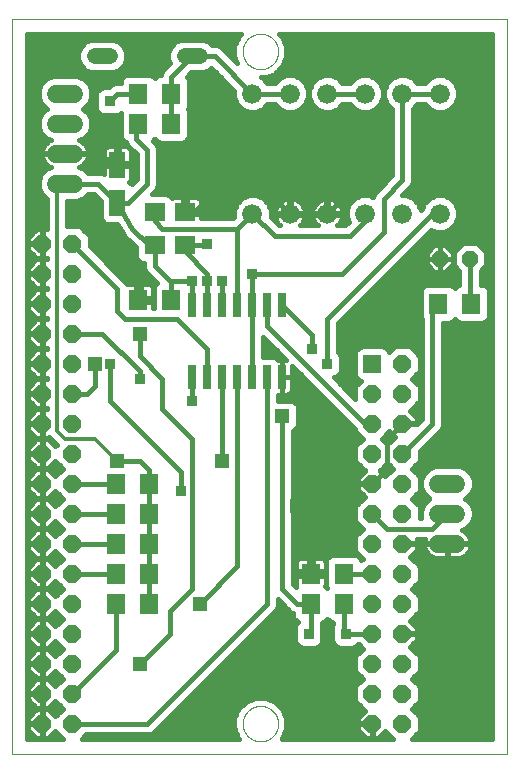
<source format=gtl>
G75*
%MOIN*%
%OFA0B0*%
%FSLAX25Y25*%
%IPPOS*%
%LPD*%
%AMOC8*
5,1,8,0,0,1.08239X$1,22.5*
%
%ADD10C,0.00000*%
%ADD11C,0.06000*%
%ADD12R,0.05512X0.08661*%
%ADD13R,0.06299X0.07087*%
%ADD14R,0.07087X0.06299*%
%ADD15C,0.06600*%
%ADD16R,0.03543X0.03740*%
%ADD17R,0.02600X0.08000*%
%ADD18OC8,0.06000*%
%ADD19R,0.06000X0.06000*%
%ADD20OC8,0.05200*%
%ADD21C,0.05200*%
%ADD22C,0.01600*%
%ADD23R,0.04724X0.04724*%
%ADD24R,0.03562X0.03562*%
%ADD25C,0.01200*%
D10*
X0027500Y0001000D02*
X0027500Y0245961D01*
X0192500Y0246000D01*
X0192500Y0001000D01*
X0027500Y0001000D01*
X0104271Y0011000D02*
X0104273Y0011153D01*
X0104279Y0011307D01*
X0104289Y0011460D01*
X0104303Y0011612D01*
X0104321Y0011765D01*
X0104343Y0011916D01*
X0104368Y0012067D01*
X0104398Y0012218D01*
X0104432Y0012368D01*
X0104469Y0012516D01*
X0104510Y0012664D01*
X0104555Y0012810D01*
X0104604Y0012956D01*
X0104657Y0013100D01*
X0104713Y0013242D01*
X0104773Y0013383D01*
X0104837Y0013523D01*
X0104904Y0013661D01*
X0104975Y0013797D01*
X0105050Y0013931D01*
X0105127Y0014063D01*
X0105209Y0014193D01*
X0105293Y0014321D01*
X0105381Y0014447D01*
X0105472Y0014570D01*
X0105566Y0014691D01*
X0105664Y0014809D01*
X0105764Y0014925D01*
X0105868Y0015038D01*
X0105974Y0015149D01*
X0106083Y0015257D01*
X0106195Y0015362D01*
X0106309Y0015463D01*
X0106427Y0015562D01*
X0106546Y0015658D01*
X0106668Y0015751D01*
X0106793Y0015840D01*
X0106920Y0015927D01*
X0107049Y0016009D01*
X0107180Y0016089D01*
X0107313Y0016165D01*
X0107448Y0016238D01*
X0107585Y0016307D01*
X0107724Y0016372D01*
X0107864Y0016434D01*
X0108006Y0016492D01*
X0108149Y0016547D01*
X0108294Y0016598D01*
X0108440Y0016645D01*
X0108587Y0016688D01*
X0108735Y0016727D01*
X0108884Y0016763D01*
X0109034Y0016794D01*
X0109185Y0016822D01*
X0109336Y0016846D01*
X0109489Y0016866D01*
X0109641Y0016882D01*
X0109794Y0016894D01*
X0109947Y0016902D01*
X0110100Y0016906D01*
X0110254Y0016906D01*
X0110407Y0016902D01*
X0110560Y0016894D01*
X0110713Y0016882D01*
X0110865Y0016866D01*
X0111018Y0016846D01*
X0111169Y0016822D01*
X0111320Y0016794D01*
X0111470Y0016763D01*
X0111619Y0016727D01*
X0111767Y0016688D01*
X0111914Y0016645D01*
X0112060Y0016598D01*
X0112205Y0016547D01*
X0112348Y0016492D01*
X0112490Y0016434D01*
X0112630Y0016372D01*
X0112769Y0016307D01*
X0112906Y0016238D01*
X0113041Y0016165D01*
X0113174Y0016089D01*
X0113305Y0016009D01*
X0113434Y0015927D01*
X0113561Y0015840D01*
X0113686Y0015751D01*
X0113808Y0015658D01*
X0113927Y0015562D01*
X0114045Y0015463D01*
X0114159Y0015362D01*
X0114271Y0015257D01*
X0114380Y0015149D01*
X0114486Y0015038D01*
X0114590Y0014925D01*
X0114690Y0014809D01*
X0114788Y0014691D01*
X0114882Y0014570D01*
X0114973Y0014447D01*
X0115061Y0014321D01*
X0115145Y0014193D01*
X0115227Y0014063D01*
X0115304Y0013931D01*
X0115379Y0013797D01*
X0115450Y0013661D01*
X0115517Y0013523D01*
X0115581Y0013383D01*
X0115641Y0013242D01*
X0115697Y0013100D01*
X0115750Y0012956D01*
X0115799Y0012810D01*
X0115844Y0012664D01*
X0115885Y0012516D01*
X0115922Y0012368D01*
X0115956Y0012218D01*
X0115986Y0012067D01*
X0116011Y0011916D01*
X0116033Y0011765D01*
X0116051Y0011612D01*
X0116065Y0011460D01*
X0116075Y0011307D01*
X0116081Y0011153D01*
X0116083Y0011000D01*
X0116081Y0010847D01*
X0116075Y0010693D01*
X0116065Y0010540D01*
X0116051Y0010388D01*
X0116033Y0010235D01*
X0116011Y0010084D01*
X0115986Y0009933D01*
X0115956Y0009782D01*
X0115922Y0009632D01*
X0115885Y0009484D01*
X0115844Y0009336D01*
X0115799Y0009190D01*
X0115750Y0009044D01*
X0115697Y0008900D01*
X0115641Y0008758D01*
X0115581Y0008617D01*
X0115517Y0008477D01*
X0115450Y0008339D01*
X0115379Y0008203D01*
X0115304Y0008069D01*
X0115227Y0007937D01*
X0115145Y0007807D01*
X0115061Y0007679D01*
X0114973Y0007553D01*
X0114882Y0007430D01*
X0114788Y0007309D01*
X0114690Y0007191D01*
X0114590Y0007075D01*
X0114486Y0006962D01*
X0114380Y0006851D01*
X0114271Y0006743D01*
X0114159Y0006638D01*
X0114045Y0006537D01*
X0113927Y0006438D01*
X0113808Y0006342D01*
X0113686Y0006249D01*
X0113561Y0006160D01*
X0113434Y0006073D01*
X0113305Y0005991D01*
X0113174Y0005911D01*
X0113041Y0005835D01*
X0112906Y0005762D01*
X0112769Y0005693D01*
X0112630Y0005628D01*
X0112490Y0005566D01*
X0112348Y0005508D01*
X0112205Y0005453D01*
X0112060Y0005402D01*
X0111914Y0005355D01*
X0111767Y0005312D01*
X0111619Y0005273D01*
X0111470Y0005237D01*
X0111320Y0005206D01*
X0111169Y0005178D01*
X0111018Y0005154D01*
X0110865Y0005134D01*
X0110713Y0005118D01*
X0110560Y0005106D01*
X0110407Y0005098D01*
X0110254Y0005094D01*
X0110100Y0005094D01*
X0109947Y0005098D01*
X0109794Y0005106D01*
X0109641Y0005118D01*
X0109489Y0005134D01*
X0109336Y0005154D01*
X0109185Y0005178D01*
X0109034Y0005206D01*
X0108884Y0005237D01*
X0108735Y0005273D01*
X0108587Y0005312D01*
X0108440Y0005355D01*
X0108294Y0005402D01*
X0108149Y0005453D01*
X0108006Y0005508D01*
X0107864Y0005566D01*
X0107724Y0005628D01*
X0107585Y0005693D01*
X0107448Y0005762D01*
X0107313Y0005835D01*
X0107180Y0005911D01*
X0107049Y0005991D01*
X0106920Y0006073D01*
X0106793Y0006160D01*
X0106668Y0006249D01*
X0106546Y0006342D01*
X0106427Y0006438D01*
X0106309Y0006537D01*
X0106195Y0006638D01*
X0106083Y0006743D01*
X0105974Y0006851D01*
X0105868Y0006962D01*
X0105764Y0007075D01*
X0105664Y0007191D01*
X0105566Y0007309D01*
X0105472Y0007430D01*
X0105381Y0007553D01*
X0105293Y0007679D01*
X0105209Y0007807D01*
X0105127Y0007937D01*
X0105050Y0008069D01*
X0104975Y0008203D01*
X0104904Y0008339D01*
X0104837Y0008477D01*
X0104773Y0008617D01*
X0104713Y0008758D01*
X0104657Y0008900D01*
X0104604Y0009044D01*
X0104555Y0009190D01*
X0104510Y0009336D01*
X0104469Y0009484D01*
X0104432Y0009632D01*
X0104398Y0009782D01*
X0104368Y0009933D01*
X0104343Y0010084D01*
X0104321Y0010235D01*
X0104303Y0010388D01*
X0104289Y0010540D01*
X0104279Y0010693D01*
X0104273Y0010847D01*
X0104271Y0011000D01*
X0104271Y0235055D02*
X0104273Y0235208D01*
X0104279Y0235362D01*
X0104289Y0235515D01*
X0104303Y0235667D01*
X0104321Y0235820D01*
X0104343Y0235971D01*
X0104368Y0236122D01*
X0104398Y0236273D01*
X0104432Y0236423D01*
X0104469Y0236571D01*
X0104510Y0236719D01*
X0104555Y0236865D01*
X0104604Y0237011D01*
X0104657Y0237155D01*
X0104713Y0237297D01*
X0104773Y0237438D01*
X0104837Y0237578D01*
X0104904Y0237716D01*
X0104975Y0237852D01*
X0105050Y0237986D01*
X0105127Y0238118D01*
X0105209Y0238248D01*
X0105293Y0238376D01*
X0105381Y0238502D01*
X0105472Y0238625D01*
X0105566Y0238746D01*
X0105664Y0238864D01*
X0105764Y0238980D01*
X0105868Y0239093D01*
X0105974Y0239204D01*
X0106083Y0239312D01*
X0106195Y0239417D01*
X0106309Y0239518D01*
X0106427Y0239617D01*
X0106546Y0239713D01*
X0106668Y0239806D01*
X0106793Y0239895D01*
X0106920Y0239982D01*
X0107049Y0240064D01*
X0107180Y0240144D01*
X0107313Y0240220D01*
X0107448Y0240293D01*
X0107585Y0240362D01*
X0107724Y0240427D01*
X0107864Y0240489D01*
X0108006Y0240547D01*
X0108149Y0240602D01*
X0108294Y0240653D01*
X0108440Y0240700D01*
X0108587Y0240743D01*
X0108735Y0240782D01*
X0108884Y0240818D01*
X0109034Y0240849D01*
X0109185Y0240877D01*
X0109336Y0240901D01*
X0109489Y0240921D01*
X0109641Y0240937D01*
X0109794Y0240949D01*
X0109947Y0240957D01*
X0110100Y0240961D01*
X0110254Y0240961D01*
X0110407Y0240957D01*
X0110560Y0240949D01*
X0110713Y0240937D01*
X0110865Y0240921D01*
X0111018Y0240901D01*
X0111169Y0240877D01*
X0111320Y0240849D01*
X0111470Y0240818D01*
X0111619Y0240782D01*
X0111767Y0240743D01*
X0111914Y0240700D01*
X0112060Y0240653D01*
X0112205Y0240602D01*
X0112348Y0240547D01*
X0112490Y0240489D01*
X0112630Y0240427D01*
X0112769Y0240362D01*
X0112906Y0240293D01*
X0113041Y0240220D01*
X0113174Y0240144D01*
X0113305Y0240064D01*
X0113434Y0239982D01*
X0113561Y0239895D01*
X0113686Y0239806D01*
X0113808Y0239713D01*
X0113927Y0239617D01*
X0114045Y0239518D01*
X0114159Y0239417D01*
X0114271Y0239312D01*
X0114380Y0239204D01*
X0114486Y0239093D01*
X0114590Y0238980D01*
X0114690Y0238864D01*
X0114788Y0238746D01*
X0114882Y0238625D01*
X0114973Y0238502D01*
X0115061Y0238376D01*
X0115145Y0238248D01*
X0115227Y0238118D01*
X0115304Y0237986D01*
X0115379Y0237852D01*
X0115450Y0237716D01*
X0115517Y0237578D01*
X0115581Y0237438D01*
X0115641Y0237297D01*
X0115697Y0237155D01*
X0115750Y0237011D01*
X0115799Y0236865D01*
X0115844Y0236719D01*
X0115885Y0236571D01*
X0115922Y0236423D01*
X0115956Y0236273D01*
X0115986Y0236122D01*
X0116011Y0235971D01*
X0116033Y0235820D01*
X0116051Y0235667D01*
X0116065Y0235515D01*
X0116075Y0235362D01*
X0116081Y0235208D01*
X0116083Y0235055D01*
X0116081Y0234902D01*
X0116075Y0234748D01*
X0116065Y0234595D01*
X0116051Y0234443D01*
X0116033Y0234290D01*
X0116011Y0234139D01*
X0115986Y0233988D01*
X0115956Y0233837D01*
X0115922Y0233687D01*
X0115885Y0233539D01*
X0115844Y0233391D01*
X0115799Y0233245D01*
X0115750Y0233099D01*
X0115697Y0232955D01*
X0115641Y0232813D01*
X0115581Y0232672D01*
X0115517Y0232532D01*
X0115450Y0232394D01*
X0115379Y0232258D01*
X0115304Y0232124D01*
X0115227Y0231992D01*
X0115145Y0231862D01*
X0115061Y0231734D01*
X0114973Y0231608D01*
X0114882Y0231485D01*
X0114788Y0231364D01*
X0114690Y0231246D01*
X0114590Y0231130D01*
X0114486Y0231017D01*
X0114380Y0230906D01*
X0114271Y0230798D01*
X0114159Y0230693D01*
X0114045Y0230592D01*
X0113927Y0230493D01*
X0113808Y0230397D01*
X0113686Y0230304D01*
X0113561Y0230215D01*
X0113434Y0230128D01*
X0113305Y0230046D01*
X0113174Y0229966D01*
X0113041Y0229890D01*
X0112906Y0229817D01*
X0112769Y0229748D01*
X0112630Y0229683D01*
X0112490Y0229621D01*
X0112348Y0229563D01*
X0112205Y0229508D01*
X0112060Y0229457D01*
X0111914Y0229410D01*
X0111767Y0229367D01*
X0111619Y0229328D01*
X0111470Y0229292D01*
X0111320Y0229261D01*
X0111169Y0229233D01*
X0111018Y0229209D01*
X0110865Y0229189D01*
X0110713Y0229173D01*
X0110560Y0229161D01*
X0110407Y0229153D01*
X0110254Y0229149D01*
X0110100Y0229149D01*
X0109947Y0229153D01*
X0109794Y0229161D01*
X0109641Y0229173D01*
X0109489Y0229189D01*
X0109336Y0229209D01*
X0109185Y0229233D01*
X0109034Y0229261D01*
X0108884Y0229292D01*
X0108735Y0229328D01*
X0108587Y0229367D01*
X0108440Y0229410D01*
X0108294Y0229457D01*
X0108149Y0229508D01*
X0108006Y0229563D01*
X0107864Y0229621D01*
X0107724Y0229683D01*
X0107585Y0229748D01*
X0107448Y0229817D01*
X0107313Y0229890D01*
X0107180Y0229966D01*
X0107049Y0230046D01*
X0106920Y0230128D01*
X0106793Y0230215D01*
X0106668Y0230304D01*
X0106546Y0230397D01*
X0106427Y0230493D01*
X0106309Y0230592D01*
X0106195Y0230693D01*
X0106083Y0230798D01*
X0105974Y0230906D01*
X0105868Y0231017D01*
X0105764Y0231130D01*
X0105664Y0231246D01*
X0105566Y0231364D01*
X0105472Y0231485D01*
X0105381Y0231608D01*
X0105293Y0231734D01*
X0105209Y0231862D01*
X0105127Y0231992D01*
X0105050Y0232124D01*
X0104975Y0232258D01*
X0104904Y0232394D01*
X0104837Y0232532D01*
X0104773Y0232672D01*
X0104713Y0232813D01*
X0104657Y0232955D01*
X0104604Y0233099D01*
X0104555Y0233245D01*
X0104510Y0233391D01*
X0104469Y0233539D01*
X0104432Y0233687D01*
X0104398Y0233837D01*
X0104368Y0233988D01*
X0104343Y0234139D01*
X0104321Y0234290D01*
X0104303Y0234443D01*
X0104289Y0234595D01*
X0104279Y0234748D01*
X0104273Y0234902D01*
X0104271Y0235055D01*
D11*
X0048000Y0221000D02*
X0042000Y0221000D01*
X0042000Y0211000D02*
X0048000Y0211000D01*
X0048000Y0201000D02*
X0042000Y0201000D01*
X0042000Y0191000D02*
X0048000Y0191000D01*
X0169500Y0091000D02*
X0175500Y0091000D01*
X0175500Y0081000D02*
X0169500Y0081000D01*
X0169500Y0071000D02*
X0175500Y0071000D01*
D12*
X0062500Y0184701D03*
X0062500Y0197299D03*
D13*
X0069488Y0211000D03*
X0069488Y0221000D03*
X0080512Y0221000D03*
X0080512Y0211000D03*
X0080512Y0152250D03*
X0069488Y0152250D03*
X0073012Y0091000D03*
X0073012Y0081000D03*
X0073012Y0071000D03*
X0073012Y0061000D03*
X0073012Y0051000D03*
X0061988Y0051000D03*
X0061988Y0061000D03*
X0061988Y0071000D03*
X0061988Y0081000D03*
X0061988Y0091000D03*
X0126988Y0061000D03*
X0126988Y0051000D03*
X0138012Y0051000D03*
X0138012Y0061000D03*
X0169488Y0151000D03*
X0180512Y0151000D03*
D14*
X0085000Y0170488D03*
X0085000Y0181512D03*
X0075000Y0181512D03*
X0075000Y0170488D03*
D15*
X0107500Y0181000D03*
X0120000Y0181000D03*
X0132500Y0181000D03*
X0145000Y0181000D03*
X0157500Y0181000D03*
X0170000Y0181000D03*
X0170000Y0221000D03*
X0157500Y0221000D03*
X0145000Y0221000D03*
X0132500Y0221000D03*
X0120000Y0221000D03*
X0107500Y0221000D03*
D16*
X0126299Y0041000D03*
X0138701Y0041000D03*
D17*
X0117500Y0126400D03*
X0112500Y0126400D03*
X0107500Y0126400D03*
X0102500Y0126400D03*
X0097500Y0126400D03*
X0092500Y0126400D03*
X0087500Y0126400D03*
X0087500Y0150600D03*
X0092500Y0150600D03*
X0097500Y0150600D03*
X0102500Y0150600D03*
X0107500Y0150600D03*
X0112500Y0150600D03*
X0117500Y0150600D03*
D18*
X0147500Y0121000D03*
X0147500Y0111000D03*
X0147500Y0101000D03*
X0147500Y0091000D03*
X0147500Y0081000D03*
X0147500Y0071000D03*
X0147500Y0061000D03*
X0147500Y0051000D03*
X0147500Y0041000D03*
X0147500Y0031000D03*
X0147500Y0021000D03*
X0147500Y0011000D03*
X0157500Y0011000D03*
X0157500Y0021000D03*
X0157500Y0031000D03*
X0157500Y0041000D03*
X0157500Y0051000D03*
X0157500Y0061000D03*
X0157500Y0071000D03*
X0157500Y0081000D03*
X0157500Y0091000D03*
X0157500Y0101000D03*
X0157500Y0111000D03*
X0157500Y0121000D03*
X0157500Y0131000D03*
X0047500Y0131000D03*
X0047500Y0141000D03*
X0047500Y0151000D03*
X0047500Y0161000D03*
X0047500Y0171000D03*
X0037500Y0171000D03*
X0037500Y0161000D03*
X0037500Y0151000D03*
X0037500Y0141000D03*
X0037500Y0131000D03*
X0037500Y0121000D03*
X0037500Y0111000D03*
X0037500Y0101000D03*
X0037500Y0091000D03*
X0037500Y0081000D03*
X0037500Y0071000D03*
X0037500Y0061000D03*
X0037500Y0051000D03*
X0037500Y0041000D03*
X0037500Y0031000D03*
X0037500Y0021000D03*
X0037500Y0011000D03*
X0047500Y0011000D03*
X0047500Y0021000D03*
X0047500Y0031000D03*
X0047500Y0041000D03*
X0047500Y0051000D03*
X0047500Y0061000D03*
X0047500Y0071000D03*
X0047500Y0081000D03*
X0047500Y0091000D03*
X0047500Y0101000D03*
X0047500Y0111000D03*
X0047500Y0121000D03*
D19*
X0147500Y0131000D03*
D20*
X0170000Y0166000D03*
X0180000Y0166000D03*
D21*
X0090100Y0233500D02*
X0084900Y0233500D01*
X0060100Y0233500D02*
X0054900Y0233500D01*
D22*
X0051091Y0229717D02*
X0032500Y0229717D01*
X0032500Y0228119D02*
X0077315Y0228119D01*
X0077487Y0228533D02*
X0076981Y0227312D01*
X0076812Y0227312D01*
X0075794Y0226890D01*
X0075015Y0226112D01*
X0075000Y0226075D01*
X0074985Y0226112D01*
X0074206Y0226890D01*
X0073188Y0227312D01*
X0065788Y0227312D01*
X0064770Y0226890D01*
X0063992Y0226112D01*
X0063570Y0225094D01*
X0063570Y0224568D01*
X0061790Y0224568D01*
X0060479Y0224025D01*
X0059503Y0223050D01*
X0057668Y0223050D01*
X0056651Y0222628D01*
X0055872Y0221849D01*
X0055450Y0220832D01*
X0055450Y0216168D01*
X0055872Y0215151D01*
X0056651Y0214372D01*
X0057668Y0213950D01*
X0062332Y0213950D01*
X0063349Y0214372D01*
X0063570Y0214593D01*
X0063570Y0206906D01*
X0063992Y0205888D01*
X0064770Y0205110D01*
X0065357Y0204867D01*
X0065725Y0203979D01*
X0066729Y0202975D01*
X0068931Y0200772D01*
X0068931Y0192478D01*
X0067328Y0190875D01*
X0066824Y0191379D01*
X0066391Y0191558D01*
X0066696Y0191863D01*
X0066933Y0192274D01*
X0067056Y0192732D01*
X0067056Y0196721D01*
X0063078Y0196721D01*
X0063078Y0197877D01*
X0067056Y0197877D01*
X0067056Y0201867D01*
X0066933Y0202325D01*
X0066696Y0202735D01*
X0066361Y0203070D01*
X0065951Y0203307D01*
X0065493Y0203430D01*
X0063078Y0203430D01*
X0063078Y0197877D01*
X0061922Y0197877D01*
X0061922Y0196721D01*
X0057944Y0196721D01*
X0057944Y0194140D01*
X0056911Y0194568D01*
X0052589Y0194568D01*
X0051268Y0195890D01*
X0049746Y0196520D01*
X0049843Y0196552D01*
X0050516Y0196895D01*
X0051127Y0197339D01*
X0051661Y0197873D01*
X0052105Y0198484D01*
X0052448Y0199157D01*
X0052682Y0199876D01*
X0052800Y0200622D01*
X0052800Y0200800D01*
X0045200Y0200800D01*
X0045200Y0201200D01*
X0052800Y0201200D01*
X0052800Y0201378D01*
X0052682Y0202124D01*
X0052448Y0202843D01*
X0052105Y0203516D01*
X0051661Y0204127D01*
X0051127Y0204661D01*
X0050516Y0205105D01*
X0049843Y0205448D01*
X0049746Y0205480D01*
X0051268Y0206110D01*
X0052890Y0207732D01*
X0053768Y0209853D01*
X0053768Y0212147D01*
X0052890Y0214268D01*
X0051268Y0215890D01*
X0051003Y0216000D01*
X0051268Y0216110D01*
X0052890Y0217732D01*
X0053768Y0219853D01*
X0053768Y0222147D01*
X0052890Y0224268D01*
X0051268Y0225890D01*
X0049147Y0226768D01*
X0040853Y0226768D01*
X0038732Y0225890D01*
X0037110Y0224268D01*
X0036231Y0222147D01*
X0036231Y0219853D01*
X0037110Y0217732D01*
X0038732Y0216110D01*
X0038997Y0216000D01*
X0038732Y0215890D01*
X0037110Y0214268D01*
X0036231Y0212147D01*
X0036231Y0209853D01*
X0037110Y0207732D01*
X0038732Y0206110D01*
X0040254Y0205480D01*
X0040157Y0205448D01*
X0039484Y0205105D01*
X0038873Y0204661D01*
X0038339Y0204127D01*
X0037895Y0203516D01*
X0037552Y0202843D01*
X0037318Y0202124D01*
X0037200Y0201378D01*
X0037200Y0201200D01*
X0044800Y0201200D01*
X0044800Y0200800D01*
X0037200Y0200800D01*
X0037200Y0200622D01*
X0037318Y0199876D01*
X0037552Y0199157D01*
X0037895Y0198484D01*
X0038339Y0197873D01*
X0038873Y0197339D01*
X0039484Y0196895D01*
X0040157Y0196552D01*
X0040254Y0196520D01*
X0038732Y0195890D01*
X0037110Y0194268D01*
X0036231Y0192147D01*
X0036231Y0189853D01*
X0037110Y0187732D01*
X0038732Y0186110D01*
X0039131Y0185944D01*
X0039131Y0175800D01*
X0037700Y0175800D01*
X0037700Y0171200D01*
X0037300Y0171200D01*
X0037300Y0175800D01*
X0035512Y0175800D01*
X0032700Y0172988D01*
X0032700Y0171200D01*
X0037300Y0171200D01*
X0037300Y0170800D01*
X0037700Y0170800D01*
X0037700Y0166200D01*
X0039131Y0166200D01*
X0039131Y0165800D01*
X0037700Y0165800D01*
X0037700Y0161200D01*
X0037300Y0161200D01*
X0037300Y0165800D01*
X0035512Y0165800D01*
X0032700Y0162988D01*
X0032700Y0161200D01*
X0037300Y0161200D01*
X0037300Y0160800D01*
X0037700Y0160800D01*
X0037700Y0156200D01*
X0039131Y0156200D01*
X0039131Y0155800D01*
X0037700Y0155800D01*
X0037700Y0151200D01*
X0037300Y0151200D01*
X0037300Y0155800D01*
X0035512Y0155800D01*
X0032700Y0152988D01*
X0032700Y0151200D01*
X0037300Y0151200D01*
X0037300Y0150800D01*
X0037700Y0150800D01*
X0037700Y0146200D01*
X0039131Y0146200D01*
X0039131Y0145800D01*
X0037700Y0145800D01*
X0037700Y0141200D01*
X0037300Y0141200D01*
X0037300Y0145800D01*
X0035512Y0145800D01*
X0032700Y0142988D01*
X0032700Y0141200D01*
X0037300Y0141200D01*
X0037300Y0140800D01*
X0037700Y0140800D01*
X0037700Y0136200D01*
X0039131Y0136200D01*
X0039131Y0135800D01*
X0037700Y0135800D01*
X0037700Y0131200D01*
X0037300Y0131200D01*
X0037300Y0135800D01*
X0035512Y0135800D01*
X0032700Y0132988D01*
X0032700Y0131200D01*
X0037300Y0131200D01*
X0037300Y0130800D01*
X0037700Y0130800D01*
X0037700Y0126200D01*
X0039131Y0126200D01*
X0039131Y0125800D01*
X0037700Y0125800D01*
X0037700Y0121200D01*
X0037300Y0121200D01*
X0037300Y0125800D01*
X0035512Y0125800D01*
X0032700Y0122988D01*
X0032700Y0121200D01*
X0037300Y0121200D01*
X0037300Y0120800D01*
X0037700Y0120800D01*
X0037700Y0116200D01*
X0039131Y0116200D01*
X0039131Y0115800D01*
X0037700Y0115800D01*
X0037700Y0111200D01*
X0037300Y0111200D01*
X0037300Y0115800D01*
X0035512Y0115800D01*
X0032700Y0112988D01*
X0032700Y0111200D01*
X0037300Y0111200D01*
X0037300Y0110800D01*
X0037700Y0110800D01*
X0037700Y0106200D01*
X0039488Y0106200D01*
X0039762Y0106474D01*
X0040592Y0105644D01*
X0042144Y0104092D01*
X0042289Y0103947D01*
X0041815Y0103473D01*
X0039488Y0105800D01*
X0037700Y0105800D01*
X0037700Y0101200D01*
X0037300Y0101200D01*
X0037300Y0105800D01*
X0035512Y0105800D01*
X0032700Y0102988D01*
X0032700Y0101200D01*
X0037300Y0101200D01*
X0037300Y0100800D01*
X0037700Y0100800D01*
X0037700Y0096200D01*
X0039488Y0096200D01*
X0041815Y0098527D01*
X0044342Y0096000D01*
X0041815Y0093473D01*
X0039488Y0095800D01*
X0037700Y0095800D01*
X0037700Y0091200D01*
X0037300Y0091200D01*
X0037300Y0095800D01*
X0035512Y0095800D01*
X0032700Y0092988D01*
X0032700Y0091200D01*
X0037300Y0091200D01*
X0037300Y0090800D01*
X0037700Y0090800D01*
X0037700Y0086200D01*
X0039488Y0086200D01*
X0041815Y0088527D01*
X0044342Y0086000D01*
X0041815Y0083473D01*
X0039488Y0085800D01*
X0037700Y0085800D01*
X0037700Y0081200D01*
X0037300Y0081200D01*
X0037300Y0085800D01*
X0035512Y0085800D01*
X0032700Y0082988D01*
X0032700Y0081200D01*
X0037300Y0081200D01*
X0037300Y0080800D01*
X0037700Y0080800D01*
X0037700Y0076200D01*
X0039488Y0076200D01*
X0041815Y0078527D01*
X0044342Y0076000D01*
X0041815Y0073473D01*
X0039488Y0075800D01*
X0037700Y0075800D01*
X0037700Y0071200D01*
X0037300Y0071200D01*
X0037300Y0075800D01*
X0035512Y0075800D01*
X0032700Y0072988D01*
X0032700Y0071200D01*
X0037300Y0071200D01*
X0037300Y0070800D01*
X0037700Y0070800D01*
X0037700Y0066200D01*
X0039488Y0066200D01*
X0041815Y0068527D01*
X0044342Y0066000D01*
X0041815Y0063473D01*
X0039488Y0065800D01*
X0037700Y0065800D01*
X0037700Y0061200D01*
X0037300Y0061200D01*
X0037300Y0065800D01*
X0035512Y0065800D01*
X0032700Y0062988D01*
X0032700Y0061200D01*
X0037300Y0061200D01*
X0037300Y0060800D01*
X0037700Y0060800D01*
X0037700Y0056200D01*
X0039488Y0056200D01*
X0041815Y0058527D01*
X0044342Y0056000D01*
X0041815Y0053473D01*
X0039488Y0055800D01*
X0037700Y0055800D01*
X0037700Y0051200D01*
X0037300Y0051200D01*
X0037300Y0055800D01*
X0035512Y0055800D01*
X0032700Y0052988D01*
X0032700Y0051200D01*
X0037300Y0051200D01*
X0037300Y0050800D01*
X0037700Y0050800D01*
X0037700Y0046200D01*
X0039488Y0046200D01*
X0041815Y0048527D01*
X0044342Y0046000D01*
X0041815Y0043473D01*
X0039488Y0045800D01*
X0037700Y0045800D01*
X0037700Y0041200D01*
X0037300Y0041200D01*
X0037300Y0045800D01*
X0035512Y0045800D01*
X0032700Y0042988D01*
X0032700Y0041200D01*
X0037300Y0041200D01*
X0037300Y0040800D01*
X0037700Y0040800D01*
X0037700Y0036200D01*
X0039488Y0036200D01*
X0041815Y0038527D01*
X0044342Y0036000D01*
X0041815Y0033473D01*
X0039488Y0035800D01*
X0037700Y0035800D01*
X0037700Y0031200D01*
X0037300Y0031200D01*
X0037300Y0035800D01*
X0035512Y0035800D01*
X0032700Y0032988D01*
X0032700Y0031200D01*
X0037300Y0031200D01*
X0037300Y0030800D01*
X0037700Y0030800D01*
X0037700Y0026200D01*
X0039488Y0026200D01*
X0041815Y0028527D01*
X0044342Y0026000D01*
X0041815Y0023473D01*
X0039488Y0025800D01*
X0037700Y0025800D01*
X0037700Y0021200D01*
X0037300Y0021200D01*
X0037300Y0025800D01*
X0035512Y0025800D01*
X0032700Y0022988D01*
X0032700Y0021200D01*
X0037300Y0021200D01*
X0037300Y0020800D01*
X0037700Y0020800D01*
X0037700Y0016200D01*
X0039488Y0016200D01*
X0041815Y0018527D01*
X0044342Y0016000D01*
X0041815Y0013473D01*
X0039488Y0015800D01*
X0037700Y0015800D01*
X0037700Y0011200D01*
X0037300Y0011200D01*
X0037300Y0015800D01*
X0035512Y0015800D01*
X0032700Y0012988D01*
X0032700Y0011200D01*
X0037300Y0011200D01*
X0037300Y0010800D01*
X0037700Y0010800D01*
X0037700Y0006200D01*
X0039488Y0006200D01*
X0041815Y0008527D01*
X0044342Y0006000D01*
X0032500Y0006000D01*
X0032500Y0241000D01*
X0103855Y0241000D01*
X0102824Y0239969D01*
X0101503Y0236780D01*
X0101503Y0233330D01*
X0102413Y0231134D01*
X0097021Y0236525D01*
X0095710Y0237068D01*
X0094124Y0237068D01*
X0093141Y0238051D01*
X0091168Y0238868D01*
X0083832Y0238868D01*
X0081859Y0238051D01*
X0080349Y0236541D01*
X0079531Y0234568D01*
X0079531Y0232432D01*
X0080075Y0231121D01*
X0077487Y0228533D01*
X0078671Y0229717D02*
X0063909Y0229717D01*
X0064651Y0230459D02*
X0065468Y0232432D01*
X0065468Y0234568D01*
X0064651Y0236541D01*
X0063141Y0238051D01*
X0061168Y0238868D01*
X0053832Y0238868D01*
X0051859Y0238051D01*
X0050349Y0236541D01*
X0049531Y0234568D01*
X0049531Y0232432D01*
X0050349Y0230459D01*
X0051859Y0228949D01*
X0053832Y0228131D01*
X0061168Y0228131D01*
X0063141Y0228949D01*
X0064651Y0230459D01*
X0065006Y0231316D02*
X0079994Y0231316D01*
X0079531Y0232914D02*
X0065468Y0232914D01*
X0065468Y0234513D02*
X0079531Y0234513D01*
X0080171Y0236111D02*
X0064829Y0236111D01*
X0063482Y0237710D02*
X0081517Y0237710D01*
X0087500Y0233500D02*
X0095000Y0233500D01*
X0107500Y0221000D01*
X0120000Y0221000D01*
X0125606Y0223323D02*
X0126894Y0223323D01*
X0127355Y0224438D02*
X0126431Y0222207D01*
X0126431Y0219793D01*
X0127355Y0217562D01*
X0129062Y0215855D01*
X0131293Y0214931D01*
X0133707Y0214931D01*
X0135938Y0215855D01*
X0137514Y0217431D01*
X0139986Y0217431D01*
X0141562Y0215855D01*
X0143793Y0214931D01*
X0146207Y0214931D01*
X0148438Y0215855D01*
X0150145Y0217562D01*
X0151068Y0219793D01*
X0151068Y0222207D01*
X0150145Y0224438D01*
X0148438Y0226145D01*
X0146207Y0227068D01*
X0143793Y0227068D01*
X0141562Y0226145D01*
X0139986Y0224568D01*
X0137514Y0224568D01*
X0135938Y0226145D01*
X0133707Y0227068D01*
X0131293Y0227068D01*
X0129062Y0226145D01*
X0127355Y0224438D01*
X0127839Y0224922D02*
X0124661Y0224922D01*
X0125145Y0224438D02*
X0123438Y0226145D01*
X0121207Y0227068D01*
X0118793Y0227068D01*
X0116562Y0226145D01*
X0114986Y0224568D01*
X0112514Y0224568D01*
X0110938Y0226145D01*
X0110367Y0226381D01*
X0111903Y0226381D01*
X0115091Y0227702D01*
X0117531Y0230142D01*
X0118851Y0233330D01*
X0118851Y0236780D01*
X0117531Y0239969D01*
X0116499Y0241000D01*
X0187500Y0241000D01*
X0187500Y0006000D01*
X0160658Y0006000D01*
X0163268Y0008611D01*
X0163268Y0013389D01*
X0160658Y0016000D01*
X0163268Y0018611D01*
X0163268Y0023389D01*
X0160658Y0026000D01*
X0163268Y0028611D01*
X0163268Y0033389D01*
X0159973Y0036685D01*
X0162300Y0039012D01*
X0162300Y0040800D01*
X0157700Y0040800D01*
X0157700Y0041200D01*
X0162300Y0041200D01*
X0162300Y0042988D01*
X0159973Y0045315D01*
X0163268Y0048611D01*
X0163268Y0053389D01*
X0160658Y0056000D01*
X0163268Y0058611D01*
X0163268Y0063389D01*
X0159973Y0066685D01*
X0162300Y0069012D01*
X0162300Y0070800D01*
X0157700Y0070800D01*
X0157700Y0071200D01*
X0162300Y0071200D01*
X0162300Y0072431D01*
X0164918Y0072431D01*
X0164818Y0072124D01*
X0164700Y0071378D01*
X0164700Y0071200D01*
X0172300Y0071200D01*
X0172300Y0070800D01*
X0172700Y0070800D01*
X0172700Y0071200D01*
X0180300Y0071200D01*
X0180300Y0071378D01*
X0180182Y0072124D01*
X0179948Y0072843D01*
X0179605Y0073516D01*
X0179161Y0074127D01*
X0178627Y0074661D01*
X0178016Y0075105D01*
X0177343Y0075448D01*
X0177246Y0075480D01*
X0178768Y0076110D01*
X0180390Y0077732D01*
X0181268Y0079853D01*
X0181268Y0082147D01*
X0180390Y0084268D01*
X0178768Y0085890D01*
X0178503Y0086000D01*
X0178768Y0086110D01*
X0180390Y0087732D01*
X0181268Y0089853D01*
X0181268Y0092147D01*
X0180390Y0094268D01*
X0178768Y0095890D01*
X0176647Y0096768D01*
X0168353Y0096768D01*
X0166232Y0095890D01*
X0164610Y0094268D01*
X0163731Y0092147D01*
X0163731Y0089853D01*
X0164610Y0087732D01*
X0166232Y0086110D01*
X0166497Y0086000D01*
X0166232Y0085890D01*
X0164610Y0084268D01*
X0163731Y0082147D01*
X0163731Y0079853D01*
X0163849Y0079568D01*
X0163268Y0079568D01*
X0163268Y0083389D01*
X0160658Y0086000D01*
X0163268Y0088611D01*
X0163268Y0093389D01*
X0160658Y0096000D01*
X0163268Y0098611D01*
X0163268Y0101722D01*
X0170525Y0108979D01*
X0171068Y0110290D01*
X0171068Y0144688D01*
X0173188Y0144688D01*
X0174206Y0145110D01*
X0174985Y0145888D01*
X0175000Y0145925D01*
X0175015Y0145888D01*
X0175794Y0145110D01*
X0176812Y0144688D01*
X0184212Y0144688D01*
X0185230Y0145110D01*
X0186008Y0145888D01*
X0186430Y0146906D01*
X0186430Y0155094D01*
X0186008Y0156112D01*
X0185230Y0156890D01*
X0184212Y0157312D01*
X0183568Y0157312D01*
X0183568Y0161976D01*
X0185368Y0163776D01*
X0185368Y0168224D01*
X0182224Y0171368D01*
X0177776Y0171368D01*
X0174631Y0168224D01*
X0174631Y0163776D01*
X0176431Y0161976D01*
X0176431Y0157154D01*
X0175794Y0156890D01*
X0175015Y0156112D01*
X0175000Y0156075D01*
X0174985Y0156112D01*
X0174206Y0156890D01*
X0173188Y0157312D01*
X0165788Y0157312D01*
X0164770Y0156890D01*
X0163992Y0156112D01*
X0163570Y0155094D01*
X0163570Y0146906D01*
X0163931Y0146033D01*
X0163931Y0112478D01*
X0162253Y0110800D01*
X0157700Y0110800D01*
X0157700Y0111200D01*
X0162300Y0111200D01*
X0162300Y0112988D01*
X0159973Y0115315D01*
X0163268Y0118611D01*
X0163268Y0123389D01*
X0160658Y0126000D01*
X0163268Y0128611D01*
X0163268Y0133389D01*
X0159889Y0136768D01*
X0155111Y0136768D01*
X0153158Y0134816D01*
X0152847Y0135568D01*
X0152068Y0136347D01*
X0151051Y0136768D01*
X0143949Y0136768D01*
X0142932Y0136347D01*
X0142153Y0135568D01*
X0141731Y0134551D01*
X0141731Y0127449D01*
X0142153Y0126432D01*
X0142932Y0125653D01*
X0143684Y0125342D01*
X0141731Y0123389D01*
X0141731Y0119315D01*
X0134596Y0126450D01*
X0134832Y0126450D01*
X0135849Y0126872D01*
X0136628Y0127651D01*
X0137050Y0128668D01*
X0137050Y0133332D01*
X0136628Y0134349D01*
X0136068Y0134909D01*
X0136068Y0144522D01*
X0167156Y0175609D01*
X0168793Y0174931D01*
X0171207Y0174931D01*
X0173438Y0175855D01*
X0175145Y0177562D01*
X0176068Y0179793D01*
X0176068Y0182207D01*
X0175145Y0184438D01*
X0173438Y0186145D01*
X0171207Y0187068D01*
X0168793Y0187068D01*
X0166562Y0186145D01*
X0164855Y0184438D01*
X0164123Y0182670D01*
X0163568Y0182115D01*
X0163568Y0182207D01*
X0162645Y0184438D01*
X0160938Y0186145D01*
X0158707Y0187068D01*
X0157365Y0187068D01*
X0160525Y0190229D01*
X0161068Y0191540D01*
X0161068Y0215986D01*
X0162514Y0217431D01*
X0164986Y0217431D01*
X0166562Y0215855D01*
X0168793Y0214931D01*
X0171207Y0214931D01*
X0173438Y0215855D01*
X0175145Y0217562D01*
X0176068Y0219793D01*
X0176068Y0222207D01*
X0175145Y0224438D01*
X0173438Y0226145D01*
X0171207Y0227068D01*
X0168793Y0227068D01*
X0166562Y0226145D01*
X0164986Y0224568D01*
X0162514Y0224568D01*
X0160938Y0226145D01*
X0158707Y0227068D01*
X0156293Y0227068D01*
X0154062Y0226145D01*
X0152355Y0224438D01*
X0151431Y0222207D01*
X0151431Y0219793D01*
X0152355Y0217562D01*
X0153931Y0215986D01*
X0153931Y0193728D01*
X0149229Y0189025D01*
X0148225Y0188021D01*
X0147681Y0186710D01*
X0147681Y0186458D01*
X0146207Y0187068D01*
X0143793Y0187068D01*
X0141562Y0186145D01*
X0139855Y0184438D01*
X0138931Y0182207D01*
X0138931Y0179793D01*
X0139609Y0178156D01*
X0138522Y0177068D01*
X0135765Y0177068D01*
X0135822Y0177110D01*
X0136390Y0177678D01*
X0136862Y0178327D01*
X0137226Y0179042D01*
X0137474Y0179806D01*
X0137600Y0180599D01*
X0137600Y0180700D01*
X0132800Y0180700D01*
X0132800Y0181300D01*
X0132200Y0181300D01*
X0132200Y0186100D01*
X0132099Y0186100D01*
X0131306Y0185974D01*
X0130542Y0185726D01*
X0129827Y0185362D01*
X0129178Y0184890D01*
X0128610Y0184322D01*
X0128138Y0183673D01*
X0127774Y0182958D01*
X0127526Y0182194D01*
X0127400Y0181401D01*
X0127400Y0181300D01*
X0132200Y0181300D01*
X0132200Y0180700D01*
X0127400Y0180700D01*
X0127400Y0180599D01*
X0127526Y0179806D01*
X0127774Y0179042D01*
X0128138Y0178327D01*
X0128610Y0177678D01*
X0129178Y0177110D01*
X0129235Y0177068D01*
X0123265Y0177068D01*
X0123322Y0177110D01*
X0123890Y0177678D01*
X0124362Y0178327D01*
X0124726Y0179042D01*
X0124974Y0179806D01*
X0125100Y0180599D01*
X0125100Y0180700D01*
X0120300Y0180700D01*
X0120300Y0181300D01*
X0119700Y0181300D01*
X0119700Y0186100D01*
X0119599Y0186100D01*
X0118806Y0185974D01*
X0118042Y0185726D01*
X0117327Y0185362D01*
X0116678Y0184890D01*
X0116110Y0184322D01*
X0115638Y0183673D01*
X0115274Y0182958D01*
X0115026Y0182194D01*
X0114900Y0181401D01*
X0114900Y0181300D01*
X0119700Y0181300D01*
X0119700Y0180700D01*
X0114900Y0180700D01*
X0114900Y0180599D01*
X0115026Y0179806D01*
X0115274Y0179042D01*
X0115638Y0178327D01*
X0116110Y0177678D01*
X0116678Y0177110D01*
X0116735Y0177068D01*
X0116478Y0177068D01*
X0113568Y0179978D01*
X0113568Y0182207D01*
X0112645Y0184438D01*
X0110938Y0186145D01*
X0108707Y0187068D01*
X0106293Y0187068D01*
X0104062Y0186145D01*
X0102355Y0184438D01*
X0101431Y0182207D01*
X0101431Y0179978D01*
X0101022Y0179568D01*
X0090343Y0179568D01*
X0090343Y0180737D01*
X0085775Y0180737D01*
X0085775Y0182287D01*
X0084225Y0182287D01*
X0084225Y0186461D01*
X0081220Y0186461D01*
X0080777Y0186343D01*
X0080112Y0187008D01*
X0079094Y0187430D01*
X0073977Y0187430D01*
X0074521Y0187975D01*
X0075525Y0188979D01*
X0076068Y0190290D01*
X0076068Y0202960D01*
X0075525Y0204271D01*
X0074446Y0205350D01*
X0074985Y0205888D01*
X0075000Y0205925D01*
X0075015Y0205888D01*
X0075794Y0205110D01*
X0076812Y0204688D01*
X0084212Y0204688D01*
X0085230Y0205110D01*
X0086008Y0205888D01*
X0086430Y0206906D01*
X0086430Y0215094D01*
X0086055Y0216000D01*
X0086430Y0216906D01*
X0086430Y0225094D01*
X0086008Y0226112D01*
X0085583Y0226537D01*
X0087178Y0228131D01*
X0091168Y0228131D01*
X0093141Y0228949D01*
X0093823Y0229631D01*
X0101431Y0222022D01*
X0101431Y0219793D01*
X0102355Y0217562D01*
X0104062Y0215855D01*
X0106293Y0214931D01*
X0108707Y0214931D01*
X0110938Y0215855D01*
X0112514Y0217431D01*
X0114986Y0217431D01*
X0116562Y0215855D01*
X0118793Y0214931D01*
X0121207Y0214931D01*
X0123438Y0215855D01*
X0125145Y0217562D01*
X0126068Y0219793D01*
X0126068Y0222207D01*
X0125145Y0224438D01*
X0126068Y0221725D02*
X0126431Y0221725D01*
X0126431Y0220126D02*
X0126068Y0220126D01*
X0125544Y0218528D02*
X0126956Y0218528D01*
X0127989Y0216929D02*
X0124511Y0216929D01*
X0122170Y0215331D02*
X0130329Y0215331D01*
X0134670Y0215331D02*
X0142829Y0215331D01*
X0140489Y0216929D02*
X0137011Y0216929D01*
X0132500Y0221000D02*
X0145000Y0221000D01*
X0147170Y0215331D02*
X0153931Y0215331D01*
X0153931Y0213732D02*
X0086430Y0213732D01*
X0086430Y0212134D02*
X0153931Y0212134D01*
X0153931Y0210535D02*
X0086430Y0210535D01*
X0086430Y0208937D02*
X0153931Y0208937D01*
X0153931Y0207338D02*
X0086430Y0207338D01*
X0085859Y0205739D02*
X0153931Y0205739D01*
X0153931Y0204141D02*
X0075579Y0204141D01*
X0075164Y0205739D02*
X0074836Y0205739D01*
X0076068Y0202542D02*
X0153931Y0202542D01*
X0153931Y0200944D02*
X0076068Y0200944D01*
X0076068Y0199345D02*
X0153931Y0199345D01*
X0153931Y0197747D02*
X0076068Y0197747D01*
X0076068Y0196148D02*
X0153931Y0196148D01*
X0153931Y0194550D02*
X0076068Y0194550D01*
X0076068Y0192951D02*
X0153155Y0192951D01*
X0151556Y0191353D02*
X0076068Y0191353D01*
X0075847Y0189754D02*
X0149958Y0189754D01*
X0148359Y0188156D02*
X0074702Y0188156D01*
X0072500Y0191000D02*
X0072500Y0202250D01*
X0068750Y0206000D01*
X0068750Y0210262D01*
X0069488Y0211000D01*
X0067500Y0211512D01*
X0063570Y0212134D02*
X0053768Y0212134D01*
X0053768Y0210535D02*
X0063570Y0210535D01*
X0063570Y0208937D02*
X0053389Y0208937D01*
X0052496Y0207338D02*
X0063570Y0207338D01*
X0064141Y0205739D02*
X0050374Y0205739D01*
X0051647Y0204141D02*
X0065658Y0204141D01*
X0066808Y0202542D02*
X0067161Y0202542D01*
X0067056Y0200944D02*
X0068759Y0200944D01*
X0068931Y0199345D02*
X0067056Y0199345D01*
X0068931Y0197747D02*
X0063078Y0197747D01*
X0062500Y0197299D02*
X0053799Y0202299D01*
X0052500Y0201000D01*
X0045000Y0201000D01*
X0045200Y0200944D02*
X0057944Y0200944D01*
X0057944Y0201867D02*
X0057944Y0197877D01*
X0061922Y0197877D01*
X0061922Y0203430D01*
X0059507Y0203430D01*
X0059049Y0203307D01*
X0058639Y0203070D01*
X0058304Y0202735D01*
X0058067Y0202325D01*
X0057944Y0201867D01*
X0058192Y0202542D02*
X0052546Y0202542D01*
X0052509Y0199345D02*
X0057944Y0199345D01*
X0057944Y0196148D02*
X0050644Y0196148D01*
X0051535Y0197747D02*
X0061922Y0197747D01*
X0061922Y0199345D02*
X0063078Y0199345D01*
X0063078Y0200944D02*
X0061922Y0200944D01*
X0061922Y0202542D02*
X0063078Y0202542D01*
X0067056Y0196148D02*
X0068931Y0196148D01*
X0068931Y0194550D02*
X0067056Y0194550D01*
X0067056Y0192951D02*
X0068931Y0192951D01*
X0067806Y0191353D02*
X0066850Y0191353D01*
X0072500Y0191000D02*
X0066201Y0184701D01*
X0062500Y0184701D01*
X0056201Y0191000D01*
X0045000Y0191000D01*
X0045868Y0185231D02*
X0049147Y0185231D01*
X0051268Y0186110D01*
X0052589Y0187431D01*
X0054723Y0187431D01*
X0056976Y0185179D01*
X0056976Y0179819D01*
X0057397Y0178802D01*
X0058176Y0178023D01*
X0059193Y0177602D01*
X0062464Y0177602D01*
X0064291Y0174422D01*
X0064475Y0173979D01*
X0064642Y0173811D01*
X0064760Y0173607D01*
X0065140Y0173314D01*
X0068688Y0169765D01*
X0068688Y0166788D01*
X0069110Y0165770D01*
X0069888Y0164992D01*
X0070906Y0164570D01*
X0071431Y0164570D01*
X0071431Y0162790D01*
X0071975Y0161479D01*
X0072979Y0160475D01*
X0075554Y0157900D01*
X0075015Y0157362D01*
X0074594Y0156344D01*
X0074594Y0149568D01*
X0074438Y0149568D01*
X0074438Y0151475D01*
X0070263Y0151475D01*
X0070263Y0153025D01*
X0068713Y0153025D01*
X0068713Y0157593D01*
X0066102Y0157593D01*
X0065742Y0157497D01*
X0065525Y0158021D01*
X0064521Y0159025D01*
X0053268Y0170278D01*
X0053268Y0173389D01*
X0049889Y0176768D01*
X0045868Y0176768D01*
X0045868Y0185231D01*
X0045868Y0184959D02*
X0056976Y0184959D01*
X0056976Y0183360D02*
X0045868Y0183360D01*
X0045868Y0181762D02*
X0056976Y0181762D01*
X0056976Y0180163D02*
X0045868Y0180163D01*
X0045868Y0178565D02*
X0057634Y0178565D01*
X0052889Y0173769D02*
X0064666Y0173769D01*
X0063748Y0175368D02*
X0051290Y0175368D01*
X0053268Y0172171D02*
X0066283Y0172171D01*
X0067881Y0170572D02*
X0053268Y0170572D01*
X0054573Y0168974D02*
X0068688Y0168974D01*
X0068688Y0167375D02*
X0056171Y0167375D01*
X0057770Y0165777D02*
X0069107Y0165777D01*
X0071431Y0164178D02*
X0059368Y0164178D01*
X0060967Y0162580D02*
X0071519Y0162580D01*
X0072472Y0160981D02*
X0062565Y0160981D01*
X0064164Y0159383D02*
X0074071Y0159383D01*
X0073333Y0157471D02*
X0072875Y0157593D01*
X0070263Y0157593D01*
X0070263Y0153025D01*
X0074438Y0153025D01*
X0074438Y0156030D01*
X0074315Y0156488D01*
X0074078Y0156899D01*
X0073743Y0157234D01*
X0073333Y0157471D01*
X0074396Y0156186D02*
X0074594Y0156186D01*
X0074594Y0154587D02*
X0074438Y0154587D01*
X0074594Y0152989D02*
X0070263Y0152989D01*
X0070263Y0154587D02*
X0068713Y0154587D01*
X0068713Y0156186D02*
X0070263Y0156186D01*
X0065623Y0157784D02*
X0075438Y0157784D01*
X0074594Y0151390D02*
X0074438Y0151390D01*
X0074438Y0149792D02*
X0074594Y0149792D01*
X0080512Y0152250D02*
X0080512Y0157988D01*
X0080000Y0158500D01*
X0075000Y0163500D01*
X0075000Y0170488D01*
X0073012Y0170488D01*
X0067500Y0176000D01*
X0062500Y0184701D01*
X0062829Y0176966D02*
X0045868Y0176966D01*
X0047500Y0171000D02*
X0062500Y0156000D01*
X0062500Y0148500D01*
X0065000Y0146000D01*
X0082500Y0146000D01*
X0092500Y0136000D01*
X0092500Y0126400D01*
X0087500Y0126400D02*
X0087500Y0118500D01*
X0077500Y0116000D02*
X0087500Y0106000D01*
X0087500Y0056000D01*
X0080000Y0048500D01*
X0080000Y0041000D01*
X0070000Y0031000D01*
X0061988Y0035488D02*
X0047500Y0021000D01*
X0043450Y0025108D02*
X0040180Y0025108D01*
X0039994Y0026706D02*
X0043636Y0026706D01*
X0042037Y0028305D02*
X0041593Y0028305D01*
X0037700Y0028305D02*
X0037300Y0028305D01*
X0037300Y0029903D02*
X0037700Y0029903D01*
X0037300Y0030800D02*
X0037300Y0026200D01*
X0035512Y0026200D01*
X0032700Y0029012D01*
X0032700Y0030800D01*
X0037300Y0030800D01*
X0037300Y0031502D02*
X0037700Y0031502D01*
X0037700Y0033100D02*
X0037300Y0033100D01*
X0037300Y0034699D02*
X0037700Y0034699D01*
X0037300Y0036200D02*
X0037300Y0040800D01*
X0032700Y0040800D01*
X0032700Y0039012D01*
X0035512Y0036200D01*
X0037300Y0036200D01*
X0037300Y0036297D02*
X0037700Y0036297D01*
X0037700Y0037896D02*
X0037300Y0037896D01*
X0037300Y0039494D02*
X0037700Y0039494D01*
X0037300Y0041093D02*
X0032500Y0041093D01*
X0032500Y0042691D02*
X0032700Y0042691D01*
X0032500Y0044290D02*
X0034002Y0044290D01*
X0032500Y0045888D02*
X0044230Y0045888D01*
X0042855Y0047487D02*
X0040775Y0047487D01*
X0037700Y0047487D02*
X0037300Y0047487D01*
X0037300Y0046200D02*
X0035512Y0046200D01*
X0032700Y0049012D01*
X0032700Y0050800D01*
X0037300Y0050800D01*
X0037300Y0046200D01*
X0037300Y0044290D02*
X0037700Y0044290D01*
X0037700Y0042691D02*
X0037300Y0042691D01*
X0040998Y0044290D02*
X0042632Y0044290D01*
X0042446Y0037896D02*
X0041184Y0037896D01*
X0039585Y0036297D02*
X0044045Y0036297D01*
X0043041Y0034699D02*
X0040589Y0034699D01*
X0035414Y0036297D02*
X0032500Y0036297D01*
X0032500Y0034699D02*
X0034411Y0034699D01*
X0032812Y0033100D02*
X0032500Y0033100D01*
X0032500Y0031502D02*
X0032700Y0031502D01*
X0032700Y0029903D02*
X0032500Y0029903D01*
X0032500Y0028305D02*
X0033407Y0028305D01*
X0032500Y0026706D02*
X0035006Y0026706D01*
X0034819Y0025108D02*
X0032500Y0025108D01*
X0032500Y0023509D02*
X0033221Y0023509D01*
X0032700Y0021911D02*
X0032500Y0021911D01*
X0032700Y0020800D02*
X0032700Y0019012D01*
X0035512Y0016200D01*
X0037300Y0016200D01*
X0037300Y0020800D01*
X0032700Y0020800D01*
X0032700Y0020312D02*
X0032500Y0020312D01*
X0032500Y0018714D02*
X0032998Y0018714D01*
X0032500Y0017115D02*
X0034597Y0017115D01*
X0035228Y0015517D02*
X0032500Y0015517D01*
X0032500Y0013918D02*
X0033630Y0013918D01*
X0032700Y0012320D02*
X0032500Y0012320D01*
X0032700Y0010800D02*
X0032700Y0009012D01*
X0035512Y0006200D01*
X0037300Y0006200D01*
X0037300Y0010800D01*
X0032700Y0010800D01*
X0032700Y0010721D02*
X0032500Y0010721D01*
X0032500Y0009123D02*
X0032700Y0009123D01*
X0032500Y0007524D02*
X0034188Y0007524D01*
X0037300Y0007524D02*
X0037700Y0007524D01*
X0037700Y0009123D02*
X0037300Y0009123D01*
X0037300Y0010721D02*
X0037700Y0010721D01*
X0037700Y0012320D02*
X0037300Y0012320D01*
X0037300Y0013918D02*
X0037700Y0013918D01*
X0037700Y0015517D02*
X0037300Y0015517D01*
X0037300Y0017115D02*
X0037700Y0017115D01*
X0037700Y0018714D02*
X0037300Y0018714D01*
X0037300Y0020312D02*
X0037700Y0020312D01*
X0037700Y0021911D02*
X0037300Y0021911D01*
X0037300Y0023509D02*
X0037700Y0023509D01*
X0037700Y0025108D02*
X0037300Y0025108D01*
X0037300Y0026706D02*
X0037700Y0026706D01*
X0041779Y0023509D02*
X0041851Y0023509D01*
X0043227Y0017115D02*
X0040403Y0017115D01*
X0039772Y0015517D02*
X0043859Y0015517D01*
X0042260Y0013918D02*
X0041370Y0013918D01*
X0040812Y0007524D02*
X0042818Y0007524D01*
X0047500Y0011000D02*
X0072500Y0011000D01*
X0112500Y0051000D01*
X0112500Y0126400D01*
X0117500Y0126400D02*
X0117500Y0132200D01*
X0117500Y0126400D01*
X0120600Y0126400D01*
X0120600Y0130353D01*
X0141731Y0109222D01*
X0141731Y0108611D01*
X0144342Y0106000D01*
X0141731Y0103389D01*
X0141731Y0098611D01*
X0145027Y0095315D01*
X0142700Y0092988D01*
X0142700Y0091200D01*
X0147300Y0091200D01*
X0147300Y0090800D01*
X0142700Y0090800D01*
X0142700Y0089012D01*
X0145027Y0086685D01*
X0141731Y0083389D01*
X0141731Y0078611D01*
X0144342Y0076000D01*
X0141731Y0073389D01*
X0141731Y0068611D01*
X0144342Y0066000D01*
X0143785Y0065443D01*
X0143508Y0066112D01*
X0142730Y0066890D01*
X0141712Y0067312D01*
X0134312Y0067312D01*
X0133294Y0066890D01*
X0132515Y0066112D01*
X0132094Y0065094D01*
X0132094Y0056906D01*
X0132379Y0056217D01*
X0131819Y0056777D01*
X0131938Y0057220D01*
X0131938Y0060225D01*
X0127763Y0060225D01*
X0127763Y0061775D01*
X0126213Y0061775D01*
X0126213Y0060225D01*
X0122039Y0060225D01*
X0122039Y0057220D01*
X0122157Y0056777D01*
X0121963Y0056583D01*
X0121068Y0057478D01*
X0121068Y0108641D01*
X0121430Y0108791D01*
X0122209Y0109570D01*
X0122631Y0110587D01*
X0122631Y0116413D01*
X0122209Y0117430D01*
X0121430Y0118209D01*
X0120413Y0118631D01*
X0116068Y0118631D01*
X0116068Y0120600D01*
X0117500Y0120600D01*
X0119037Y0120600D01*
X0119495Y0120723D01*
X0119905Y0120960D01*
X0120240Y0121295D01*
X0120477Y0121705D01*
X0120600Y0122163D01*
X0120600Y0126400D01*
X0117500Y0126400D01*
X0117500Y0126400D01*
X0117500Y0126400D01*
X0117500Y0120600D01*
X0117500Y0126400D01*
X0117500Y0126400D01*
X0117500Y0125814D02*
X0117500Y0125814D01*
X0117500Y0127412D02*
X0117500Y0127412D01*
X0117500Y0129011D02*
X0117500Y0129011D01*
X0117500Y0130609D02*
X0117500Y0130609D01*
X0117500Y0132200D02*
X0115963Y0132200D01*
X0115925Y0132190D01*
X0115368Y0132747D01*
X0114351Y0133168D01*
X0111068Y0133168D01*
X0111068Y0139885D01*
X0118753Y0132200D01*
X0117500Y0132200D01*
X0118745Y0132208D02*
X0115907Y0132208D01*
X0117147Y0133806D02*
X0111068Y0133806D01*
X0111068Y0135405D02*
X0115548Y0135405D01*
X0113950Y0137003D02*
X0111068Y0137003D01*
X0111068Y0138602D02*
X0112351Y0138602D01*
X0112500Y0143500D02*
X0145000Y0111000D01*
X0147500Y0111000D01*
X0151290Y0106632D02*
X0154974Y0106632D01*
X0155027Y0106685D02*
X0152500Y0104158D01*
X0150658Y0106000D01*
X0153185Y0108527D01*
X0155027Y0106685D01*
X0153481Y0108230D02*
X0152888Y0108230D01*
X0152500Y0106000D02*
X0157500Y0111000D01*
X0160664Y0114624D02*
X0163931Y0114624D01*
X0163931Y0113026D02*
X0162262Y0113026D01*
X0162300Y0111427D02*
X0162881Y0111427D01*
X0167500Y0111000D02*
X0157500Y0101000D01*
X0153375Y0105033D02*
X0151625Y0105033D01*
X0152500Y0106000D02*
X0152500Y0096000D01*
X0147500Y0091000D01*
X0144262Y0087450D02*
X0121068Y0087450D01*
X0121068Y0089048D02*
X0142700Y0089048D01*
X0142700Y0090647D02*
X0121068Y0090647D01*
X0121068Y0092245D02*
X0142700Y0092245D01*
X0143555Y0093844D02*
X0121068Y0093844D01*
X0121068Y0095442D02*
X0144900Y0095442D01*
X0143301Y0097041D02*
X0121068Y0097041D01*
X0121068Y0098639D02*
X0141731Y0098639D01*
X0141731Y0100238D02*
X0121068Y0100238D01*
X0121068Y0101836D02*
X0141731Y0101836D01*
X0141777Y0103435D02*
X0121068Y0103435D01*
X0121068Y0105033D02*
X0143375Y0105033D01*
X0143710Y0106632D02*
X0121068Y0106632D01*
X0121068Y0108230D02*
X0142112Y0108230D01*
X0141125Y0109829D02*
X0122317Y0109829D01*
X0122631Y0111427D02*
X0139526Y0111427D01*
X0137928Y0113026D02*
X0122631Y0113026D01*
X0122631Y0114624D02*
X0136329Y0114624D01*
X0134731Y0116223D02*
X0122631Y0116223D01*
X0121818Y0117821D02*
X0133132Y0117821D01*
X0131534Y0119420D02*
X0116068Y0119420D01*
X0117500Y0121018D02*
X0117500Y0121018D01*
X0117500Y0122617D02*
X0117500Y0122617D01*
X0117500Y0124215D02*
X0117500Y0124215D01*
X0120600Y0124215D02*
X0126738Y0124215D01*
X0128336Y0122617D02*
X0120600Y0122617D01*
X0119964Y0121018D02*
X0129935Y0121018D01*
X0135233Y0125814D02*
X0142771Y0125814D01*
X0142558Y0124215D02*
X0136831Y0124215D01*
X0138430Y0122617D02*
X0141731Y0122617D01*
X0141731Y0121018D02*
X0140028Y0121018D01*
X0141627Y0119420D02*
X0141731Y0119420D01*
X0141747Y0127412D02*
X0136390Y0127412D01*
X0137050Y0129011D02*
X0141731Y0129011D01*
X0141731Y0130609D02*
X0137050Y0130609D01*
X0137050Y0132208D02*
X0141731Y0132208D01*
X0141731Y0133806D02*
X0136853Y0133806D01*
X0136068Y0135405D02*
X0142085Y0135405D01*
X0136068Y0137003D02*
X0163931Y0137003D01*
X0163931Y0135405D02*
X0161253Y0135405D01*
X0162851Y0133806D02*
X0163931Y0133806D01*
X0163931Y0132208D02*
X0163268Y0132208D01*
X0163268Y0130609D02*
X0163931Y0130609D01*
X0163931Y0129011D02*
X0163268Y0129011D01*
X0163931Y0127412D02*
X0162070Y0127412D01*
X0160844Y0125814D02*
X0163931Y0125814D01*
X0163931Y0124215D02*
X0162442Y0124215D01*
X0163268Y0122617D02*
X0163931Y0122617D01*
X0163931Y0121018D02*
X0163268Y0121018D01*
X0163268Y0119420D02*
X0163931Y0119420D01*
X0163931Y0117821D02*
X0162479Y0117821D01*
X0163931Y0116223D02*
X0160881Y0116223D01*
X0167500Y0111000D02*
X0167500Y0151000D01*
X0169488Y0149012D01*
X0169488Y0151000D01*
X0163570Y0151390D02*
X0142937Y0151390D01*
X0144535Y0152989D02*
X0163570Y0152989D01*
X0163570Y0154587D02*
X0146134Y0154587D01*
X0147732Y0156186D02*
X0164066Y0156186D01*
X0168177Y0161600D02*
X0170000Y0161600D01*
X0171823Y0161600D01*
X0174400Y0164177D01*
X0174400Y0166000D01*
X0174400Y0167823D01*
X0171823Y0170400D01*
X0170000Y0170400D01*
X0170000Y0166000D01*
X0174400Y0166000D01*
X0170000Y0166000D01*
X0170000Y0166000D01*
X0170000Y0166000D01*
X0170000Y0161600D01*
X0170000Y0166000D01*
X0170000Y0166000D01*
X0170000Y0166000D01*
X0165600Y0166000D01*
X0165600Y0167823D01*
X0168177Y0170400D01*
X0170000Y0170400D01*
X0170000Y0166000D01*
X0165600Y0166000D01*
X0165600Y0164177D01*
X0168177Y0161600D01*
X0167198Y0162580D02*
X0154126Y0162580D01*
X0155725Y0164178D02*
X0165600Y0164178D01*
X0165600Y0165777D02*
X0157323Y0165777D01*
X0158922Y0167375D02*
X0165600Y0167375D01*
X0166751Y0168974D02*
X0160520Y0168974D01*
X0162119Y0170572D02*
X0176980Y0170572D01*
X0175382Y0168974D02*
X0173249Y0168974D01*
X0174400Y0167375D02*
X0174631Y0167375D01*
X0174631Y0165777D02*
X0174400Y0165777D01*
X0174400Y0164178D02*
X0174631Y0164178D01*
X0175828Y0162580D02*
X0172802Y0162580D01*
X0170000Y0162580D02*
X0170000Y0162580D01*
X0170000Y0164178D02*
X0170000Y0164178D01*
X0170000Y0165777D02*
X0170000Y0165777D01*
X0170000Y0167375D02*
X0170000Y0167375D01*
X0170000Y0168974D02*
X0170000Y0168974D01*
X0165316Y0173769D02*
X0187500Y0173769D01*
X0187500Y0172171D02*
X0163717Y0172171D01*
X0166914Y0175368D02*
X0167740Y0175368D01*
X0172260Y0175368D02*
X0187500Y0175368D01*
X0187500Y0176966D02*
X0174548Y0176966D01*
X0175560Y0178565D02*
X0187500Y0178565D01*
X0187500Y0180163D02*
X0176068Y0180163D01*
X0176068Y0181762D02*
X0187500Y0181762D01*
X0187500Y0183360D02*
X0175591Y0183360D01*
X0174623Y0184959D02*
X0187500Y0184959D01*
X0187500Y0186557D02*
X0172441Y0186557D01*
X0170000Y0181000D02*
X0167500Y0181000D01*
X0132500Y0146000D01*
X0132500Y0131000D01*
X0127500Y0136000D02*
X0127500Y0140600D01*
X0117500Y0150600D01*
X0112500Y0150600D02*
X0112500Y0143500D01*
X0112500Y0150600D02*
X0112500Y0151000D01*
X0107500Y0150600D02*
X0107500Y0161000D01*
X0137500Y0161000D01*
X0151250Y0174750D01*
X0151250Y0186000D01*
X0157500Y0192250D01*
X0157500Y0221000D01*
X0170000Y0221000D01*
X0172170Y0215331D02*
X0187500Y0215331D01*
X0187500Y0216929D02*
X0174511Y0216929D01*
X0175544Y0218528D02*
X0187500Y0218528D01*
X0187500Y0220126D02*
X0176068Y0220126D01*
X0176068Y0221725D02*
X0187500Y0221725D01*
X0187500Y0223323D02*
X0175606Y0223323D01*
X0174661Y0224922D02*
X0187500Y0224922D01*
X0187500Y0226520D02*
X0172531Y0226520D01*
X0167469Y0226520D02*
X0160031Y0226520D01*
X0162161Y0224922D02*
X0165339Y0224922D01*
X0165489Y0216929D02*
X0162011Y0216929D01*
X0161068Y0215331D02*
X0167829Y0215331D01*
X0161068Y0213732D02*
X0187500Y0213732D01*
X0187500Y0212134D02*
X0161068Y0212134D01*
X0161068Y0210535D02*
X0187500Y0210535D01*
X0187500Y0208937D02*
X0161068Y0208937D01*
X0161068Y0207338D02*
X0187500Y0207338D01*
X0187500Y0205739D02*
X0161068Y0205739D01*
X0161068Y0204141D02*
X0187500Y0204141D01*
X0187500Y0202542D02*
X0161068Y0202542D01*
X0161068Y0200944D02*
X0187500Y0200944D01*
X0187500Y0199345D02*
X0161068Y0199345D01*
X0161068Y0197747D02*
X0187500Y0197747D01*
X0187500Y0196148D02*
X0161068Y0196148D01*
X0161068Y0194550D02*
X0187500Y0194550D01*
X0187500Y0192951D02*
X0161068Y0192951D01*
X0160991Y0191353D02*
X0187500Y0191353D01*
X0187500Y0189754D02*
X0160051Y0189754D01*
X0158452Y0188156D02*
X0187500Y0188156D01*
X0187500Y0170572D02*
X0183020Y0170572D01*
X0184618Y0168974D02*
X0187500Y0168974D01*
X0187500Y0167375D02*
X0185368Y0167375D01*
X0185368Y0165777D02*
X0187500Y0165777D01*
X0187500Y0164178D02*
X0185368Y0164178D01*
X0184172Y0162580D02*
X0187500Y0162580D01*
X0187500Y0160981D02*
X0183568Y0160981D01*
X0183568Y0159383D02*
X0187500Y0159383D01*
X0187500Y0157784D02*
X0183568Y0157784D01*
X0185934Y0156186D02*
X0187500Y0156186D01*
X0187500Y0154587D02*
X0186430Y0154587D01*
X0186430Y0152989D02*
X0187500Y0152989D01*
X0187500Y0151390D02*
X0186430Y0151390D01*
X0186430Y0149792D02*
X0187500Y0149792D01*
X0187500Y0148193D02*
X0186430Y0148193D01*
X0186301Y0146595D02*
X0187500Y0146595D01*
X0187500Y0144996D02*
X0184955Y0144996D01*
X0187500Y0143398D02*
X0171068Y0143398D01*
X0171068Y0141799D02*
X0187500Y0141799D01*
X0187500Y0140201D02*
X0171068Y0140201D01*
X0171068Y0138602D02*
X0187500Y0138602D01*
X0187500Y0137003D02*
X0171068Y0137003D01*
X0171068Y0135405D02*
X0187500Y0135405D01*
X0187500Y0133806D02*
X0171068Y0133806D01*
X0171068Y0132208D02*
X0187500Y0132208D01*
X0187500Y0130609D02*
X0171068Y0130609D01*
X0171068Y0129011D02*
X0187500Y0129011D01*
X0187500Y0127412D02*
X0171068Y0127412D01*
X0171068Y0125814D02*
X0187500Y0125814D01*
X0187500Y0124215D02*
X0171068Y0124215D01*
X0171068Y0122617D02*
X0187500Y0122617D01*
X0187500Y0121018D02*
X0171068Y0121018D01*
X0171068Y0119420D02*
X0187500Y0119420D01*
X0187500Y0117821D02*
X0171068Y0117821D01*
X0171068Y0116223D02*
X0187500Y0116223D01*
X0187500Y0114624D02*
X0171068Y0114624D01*
X0171068Y0113026D02*
X0187500Y0113026D01*
X0187500Y0111427D02*
X0171068Y0111427D01*
X0170877Y0109829D02*
X0187500Y0109829D01*
X0187500Y0108230D02*
X0169777Y0108230D01*
X0168178Y0106632D02*
X0187500Y0106632D01*
X0187500Y0105033D02*
X0166580Y0105033D01*
X0164981Y0103435D02*
X0187500Y0103435D01*
X0187500Y0101836D02*
X0163383Y0101836D01*
X0163268Y0100238D02*
X0187500Y0100238D01*
X0187500Y0098639D02*
X0163268Y0098639D01*
X0161699Y0097041D02*
X0187500Y0097041D01*
X0187500Y0095442D02*
X0179216Y0095442D01*
X0180566Y0093844D02*
X0187500Y0093844D01*
X0187500Y0092245D02*
X0181228Y0092245D01*
X0181268Y0090647D02*
X0187500Y0090647D01*
X0187500Y0089048D02*
X0180935Y0089048D01*
X0180108Y0087450D02*
X0187500Y0087450D01*
X0187500Y0085851D02*
X0178807Y0085851D01*
X0180397Y0084253D02*
X0187500Y0084253D01*
X0187500Y0082654D02*
X0181059Y0082654D01*
X0181268Y0081056D02*
X0187500Y0081056D01*
X0187500Y0079457D02*
X0181105Y0079457D01*
X0180443Y0077859D02*
X0187500Y0077859D01*
X0187500Y0076260D02*
X0178918Y0076260D01*
X0178627Y0074662D02*
X0187500Y0074662D01*
X0187500Y0073063D02*
X0179836Y0073063D01*
X0180286Y0071465D02*
X0187500Y0071465D01*
X0187500Y0069866D02*
X0180179Y0069866D01*
X0180182Y0069876D02*
X0180300Y0070622D01*
X0180300Y0070800D01*
X0172700Y0070800D01*
X0172700Y0066200D01*
X0175878Y0066200D01*
X0176624Y0066318D01*
X0177343Y0066552D01*
X0178016Y0066895D01*
X0178627Y0067339D01*
X0179161Y0067873D01*
X0179605Y0068484D01*
X0179948Y0069157D01*
X0180182Y0069876D01*
X0179448Y0068268D02*
X0187500Y0068268D01*
X0187500Y0066669D02*
X0177573Y0066669D01*
X0172700Y0066669D02*
X0172300Y0066669D01*
X0172300Y0066200D02*
X0172300Y0070800D01*
X0164700Y0070800D01*
X0164700Y0070622D01*
X0164818Y0069876D01*
X0165052Y0069157D01*
X0165395Y0068484D01*
X0165839Y0067873D01*
X0166373Y0067339D01*
X0166984Y0066895D01*
X0167657Y0066552D01*
X0168376Y0066318D01*
X0169122Y0066200D01*
X0172300Y0066200D01*
X0172300Y0068268D02*
X0172700Y0068268D01*
X0172700Y0069866D02*
X0172300Y0069866D01*
X0167427Y0066669D02*
X0159989Y0066669D01*
X0161556Y0068268D02*
X0165552Y0068268D01*
X0164821Y0069866D02*
X0162300Y0069866D01*
X0162300Y0071465D02*
X0164714Y0071465D01*
X0167500Y0076000D02*
X0172500Y0081000D01*
X0167500Y0076000D02*
X0152500Y0076000D01*
X0147500Y0081000D01*
X0144082Y0076260D02*
X0121068Y0076260D01*
X0121068Y0074662D02*
X0143004Y0074662D01*
X0141731Y0073063D02*
X0121068Y0073063D01*
X0121068Y0071465D02*
X0141731Y0071465D01*
X0141731Y0069866D02*
X0121068Y0069866D01*
X0121068Y0068268D02*
X0142075Y0068268D01*
X0142951Y0066669D02*
X0143673Y0066669D01*
X0147500Y0061000D02*
X0138012Y0061000D01*
X0132094Y0060275D02*
X0127763Y0060275D01*
X0126988Y0060488D02*
X0126988Y0061000D01*
X0126213Y0060275D02*
X0121068Y0060275D01*
X0121068Y0061873D02*
X0122039Y0061873D01*
X0122039Y0061775D02*
X0126213Y0061775D01*
X0126213Y0066343D01*
X0123602Y0066343D01*
X0123144Y0066221D01*
X0122733Y0065984D01*
X0122398Y0065649D01*
X0122161Y0065238D01*
X0122039Y0064780D01*
X0122039Y0061775D01*
X0122039Y0063472D02*
X0121068Y0063472D01*
X0121068Y0065070D02*
X0122116Y0065070D01*
X0121068Y0066669D02*
X0133073Y0066669D01*
X0131578Y0065649D02*
X0131815Y0065238D01*
X0131938Y0064780D01*
X0131938Y0061775D01*
X0127763Y0061775D01*
X0127763Y0066343D01*
X0130375Y0066343D01*
X0130833Y0066221D01*
X0131243Y0065984D01*
X0131578Y0065649D01*
X0131860Y0065070D02*
X0132094Y0065070D01*
X0132094Y0063472D02*
X0131938Y0063472D01*
X0131938Y0061873D02*
X0132094Y0061873D01*
X0132094Y0058676D02*
X0131938Y0058676D01*
X0131900Y0057078D02*
X0132094Y0057078D01*
X0127763Y0061873D02*
X0126213Y0061873D01*
X0126213Y0063472D02*
X0127763Y0063472D01*
X0127763Y0065070D02*
X0126213Y0065070D01*
X0122039Y0058676D02*
X0121068Y0058676D01*
X0121469Y0057078D02*
X0122077Y0057078D01*
X0117500Y0056000D02*
X0122500Y0051000D01*
X0126988Y0051000D01*
X0126988Y0041689D01*
X0126299Y0041000D01*
X0130839Y0041093D02*
X0134161Y0041093D01*
X0134161Y0042691D02*
X0130839Y0042691D01*
X0130839Y0043421D02*
X0130557Y0044103D01*
X0130557Y0044688D01*
X0130688Y0044688D01*
X0131706Y0045110D01*
X0132485Y0045888D01*
X0132515Y0045888D01*
X0133294Y0045110D01*
X0134312Y0044688D01*
X0134443Y0044688D01*
X0134443Y0044103D01*
X0134161Y0043421D01*
X0134161Y0038579D01*
X0134582Y0037562D01*
X0135361Y0036783D01*
X0136378Y0036361D01*
X0141023Y0036361D01*
X0142041Y0036783D01*
X0142689Y0037431D01*
X0142911Y0037431D01*
X0144342Y0036000D01*
X0141731Y0033389D01*
X0141731Y0028611D01*
X0144342Y0026000D01*
X0141731Y0023389D01*
X0141731Y0018611D01*
X0145027Y0015315D01*
X0142700Y0012988D01*
X0142700Y0011200D01*
X0147300Y0011200D01*
X0147300Y0010800D01*
X0147700Y0010800D01*
X0147700Y0006200D01*
X0149488Y0006200D01*
X0151815Y0008527D01*
X0154342Y0006000D01*
X0117444Y0006000D01*
X0117531Y0006087D01*
X0118851Y0009275D01*
X0118851Y0012725D01*
X0117531Y0015913D01*
X0115091Y0018353D01*
X0111903Y0019674D01*
X0108452Y0019674D01*
X0105264Y0018353D01*
X0102824Y0015913D01*
X0101503Y0012725D01*
X0101503Y0009275D01*
X0102824Y0006087D01*
X0102910Y0006000D01*
X0050658Y0006000D01*
X0052089Y0007431D01*
X0073210Y0007431D01*
X0074521Y0007975D01*
X0075525Y0008979D01*
X0115525Y0048979D01*
X0116068Y0050290D01*
X0116068Y0052385D01*
X0120479Y0047975D01*
X0121070Y0047730D01*
X0121070Y0046906D01*
X0121492Y0045888D01*
X0112435Y0045888D01*
X0110836Y0044290D02*
X0122119Y0044290D01*
X0122181Y0044438D02*
X0121759Y0043421D01*
X0121759Y0038579D01*
X0122181Y0037562D01*
X0122959Y0036783D01*
X0123977Y0036361D01*
X0128622Y0036361D01*
X0129639Y0036783D01*
X0130418Y0037562D01*
X0130839Y0038579D01*
X0130839Y0043421D01*
X0130557Y0044290D02*
X0134443Y0044290D01*
X0132515Y0045888D02*
X0132500Y0045925D01*
X0132485Y0045888D01*
X0130839Y0039494D02*
X0134161Y0039494D01*
X0134444Y0037896D02*
X0130556Y0037896D01*
X0138012Y0041689D02*
X0138701Y0041000D01*
X0147500Y0041000D01*
X0144045Y0036297D02*
X0102844Y0036297D01*
X0101245Y0034699D02*
X0143041Y0034699D01*
X0141731Y0033100D02*
X0099647Y0033100D01*
X0098048Y0031502D02*
X0141731Y0031502D01*
X0141731Y0029903D02*
X0096450Y0029903D01*
X0094851Y0028305D02*
X0142037Y0028305D01*
X0143636Y0026706D02*
X0093253Y0026706D01*
X0091654Y0025108D02*
X0143450Y0025108D01*
X0141851Y0023509D02*
X0090056Y0023509D01*
X0088457Y0021911D02*
X0141731Y0021911D01*
X0141731Y0020312D02*
X0086859Y0020312D01*
X0085260Y0018714D02*
X0106133Y0018714D01*
X0104025Y0017115D02*
X0083662Y0017115D01*
X0082063Y0015517D02*
X0102659Y0015517D01*
X0101997Y0013918D02*
X0080465Y0013918D01*
X0078866Y0012320D02*
X0101503Y0012320D01*
X0101503Y0010721D02*
X0077268Y0010721D01*
X0075669Y0009123D02*
X0101566Y0009123D01*
X0102228Y0007524D02*
X0073433Y0007524D01*
X0061988Y0035488D02*
X0061988Y0051000D01*
X0061988Y0061000D02*
X0047500Y0061000D01*
X0043413Y0065070D02*
X0040218Y0065070D01*
X0039957Y0066669D02*
X0043673Y0066669D01*
X0042075Y0068268D02*
X0041556Y0068268D01*
X0037700Y0068268D02*
X0037300Y0068268D01*
X0037300Y0069866D02*
X0037700Y0069866D01*
X0037300Y0070800D02*
X0037300Y0066200D01*
X0035512Y0066200D01*
X0032700Y0069012D01*
X0032700Y0070800D01*
X0037300Y0070800D01*
X0037300Y0071465D02*
X0037700Y0071465D01*
X0037700Y0073063D02*
X0037300Y0073063D01*
X0037300Y0074662D02*
X0037700Y0074662D01*
X0037300Y0076200D02*
X0037300Y0080800D01*
X0032700Y0080800D01*
X0032700Y0079012D01*
X0035512Y0076200D01*
X0037300Y0076200D01*
X0037300Y0076260D02*
X0037700Y0076260D01*
X0037700Y0077859D02*
X0037300Y0077859D01*
X0037300Y0079457D02*
X0037700Y0079457D01*
X0037300Y0081056D02*
X0032500Y0081056D01*
X0032500Y0082654D02*
X0032700Y0082654D01*
X0032500Y0084253D02*
X0033964Y0084253D01*
X0032500Y0085851D02*
X0044193Y0085851D01*
X0042892Y0087450D02*
X0040738Y0087450D01*
X0041036Y0084253D02*
X0042595Y0084253D01*
X0047500Y0081000D02*
X0061988Y0081000D01*
X0061988Y0071000D02*
X0047500Y0071000D01*
X0043004Y0074662D02*
X0040627Y0074662D01*
X0039548Y0076260D02*
X0044082Y0076260D01*
X0042484Y0077859D02*
X0041147Y0077859D01*
X0037700Y0082654D02*
X0037300Y0082654D01*
X0037300Y0084253D02*
X0037700Y0084253D01*
X0037300Y0086200D02*
X0037300Y0090800D01*
X0032700Y0090800D01*
X0032700Y0089012D01*
X0035512Y0086200D01*
X0037300Y0086200D01*
X0037300Y0087450D02*
X0037700Y0087450D01*
X0037700Y0089048D02*
X0037300Y0089048D01*
X0037300Y0090647D02*
X0037700Y0090647D01*
X0037700Y0092245D02*
X0037300Y0092245D01*
X0037300Y0093844D02*
X0037700Y0093844D01*
X0037700Y0095442D02*
X0037300Y0095442D01*
X0037300Y0096200D02*
X0037300Y0100800D01*
X0032700Y0100800D01*
X0032700Y0099012D01*
X0035512Y0096200D01*
X0037300Y0096200D01*
X0037300Y0097041D02*
X0037700Y0097041D01*
X0037700Y0098639D02*
X0037300Y0098639D01*
X0037300Y0100238D02*
X0037700Y0100238D01*
X0037700Y0101836D02*
X0037300Y0101836D01*
X0037300Y0103435D02*
X0037700Y0103435D01*
X0037700Y0105033D02*
X0037300Y0105033D01*
X0037300Y0106200D02*
X0037300Y0110800D01*
X0032700Y0110800D01*
X0032700Y0109012D01*
X0035512Y0106200D01*
X0037300Y0106200D01*
X0037300Y0106632D02*
X0037700Y0106632D01*
X0037700Y0108230D02*
X0037300Y0108230D01*
X0037300Y0109829D02*
X0037700Y0109829D01*
X0037700Y0111427D02*
X0037300Y0111427D01*
X0037300Y0113026D02*
X0037700Y0113026D01*
X0037700Y0114624D02*
X0037300Y0114624D01*
X0037300Y0116200D02*
X0035512Y0116200D01*
X0032700Y0119012D01*
X0032700Y0120800D01*
X0037300Y0120800D01*
X0037300Y0116200D01*
X0037300Y0116223D02*
X0037700Y0116223D01*
X0037700Y0117821D02*
X0037300Y0117821D01*
X0037300Y0119420D02*
X0037700Y0119420D01*
X0037300Y0121018D02*
X0032500Y0121018D01*
X0032500Y0119420D02*
X0032700Y0119420D01*
X0032500Y0117821D02*
X0033890Y0117821D01*
X0032500Y0116223D02*
X0035489Y0116223D01*
X0034336Y0114624D02*
X0032500Y0114624D01*
X0032500Y0113026D02*
X0032738Y0113026D01*
X0032700Y0111427D02*
X0032500Y0111427D01*
X0032500Y0109829D02*
X0032700Y0109829D01*
X0032500Y0108230D02*
X0033481Y0108230D01*
X0032500Y0106632D02*
X0035080Y0106632D01*
X0034745Y0105033D02*
X0032500Y0105033D01*
X0032500Y0103435D02*
X0033147Y0103435D01*
X0032700Y0101836D02*
X0032500Y0101836D01*
X0032500Y0100238D02*
X0032700Y0100238D01*
X0032500Y0098639D02*
X0033073Y0098639D01*
X0032500Y0097041D02*
X0034671Y0097041D01*
X0035154Y0095442D02*
X0032500Y0095442D01*
X0032500Y0093844D02*
X0033555Y0093844D01*
X0032700Y0092245D02*
X0032500Y0092245D01*
X0032500Y0090647D02*
X0032700Y0090647D01*
X0032700Y0089048D02*
X0032500Y0089048D01*
X0032500Y0087450D02*
X0034262Y0087450D01*
X0032700Y0079457D02*
X0032500Y0079457D01*
X0032500Y0077859D02*
X0033853Y0077859D01*
X0032500Y0076260D02*
X0035452Y0076260D01*
X0034373Y0074662D02*
X0032500Y0074662D01*
X0032500Y0073063D02*
X0032775Y0073063D01*
X0032700Y0071465D02*
X0032500Y0071465D01*
X0032500Y0069866D02*
X0032700Y0069866D01*
X0032500Y0068268D02*
X0033444Y0068268D01*
X0032500Y0066669D02*
X0035043Y0066669D01*
X0034782Y0065070D02*
X0032500Y0065070D01*
X0032500Y0063472D02*
X0033184Y0063472D01*
X0032700Y0061873D02*
X0032500Y0061873D01*
X0032700Y0060800D02*
X0032700Y0059012D01*
X0035512Y0056200D01*
X0037300Y0056200D01*
X0037300Y0060800D01*
X0032700Y0060800D01*
X0032700Y0060275D02*
X0032500Y0060275D01*
X0032500Y0058676D02*
X0033035Y0058676D01*
X0032500Y0057078D02*
X0034634Y0057078D01*
X0035191Y0055479D02*
X0032500Y0055479D01*
X0032500Y0053881D02*
X0033593Y0053881D01*
X0032700Y0052282D02*
X0032500Y0052282D01*
X0032500Y0050684D02*
X0032700Y0050684D01*
X0032700Y0049085D02*
X0032500Y0049085D01*
X0032500Y0047487D02*
X0034225Y0047487D01*
X0037300Y0049085D02*
X0037700Y0049085D01*
X0037700Y0050684D02*
X0037300Y0050684D01*
X0037300Y0052282D02*
X0037700Y0052282D01*
X0037700Y0053881D02*
X0037300Y0053881D01*
X0037300Y0055479D02*
X0037700Y0055479D01*
X0037700Y0057078D02*
X0037300Y0057078D01*
X0037300Y0058676D02*
X0037700Y0058676D01*
X0037700Y0060275D02*
X0037300Y0060275D01*
X0037300Y0061873D02*
X0037700Y0061873D01*
X0037700Y0063472D02*
X0037300Y0063472D01*
X0037300Y0065070D02*
X0037700Y0065070D01*
X0037700Y0066669D02*
X0037300Y0066669D01*
X0040366Y0057078D02*
X0043264Y0057078D01*
X0043822Y0055479D02*
X0039809Y0055479D01*
X0041407Y0053881D02*
X0042223Y0053881D01*
X0032700Y0039494D02*
X0032500Y0039494D01*
X0032500Y0037896D02*
X0033816Y0037896D01*
X0073012Y0051000D02*
X0073012Y0061000D01*
X0073012Y0071000D01*
X0073012Y0081000D01*
X0073012Y0091000D01*
X0073012Y0095488D01*
X0070000Y0098500D01*
X0062500Y0098500D01*
X0061988Y0091000D02*
X0047500Y0091000D01*
X0043784Y0095442D02*
X0039846Y0095442D01*
X0040329Y0097041D02*
X0043301Y0097041D01*
X0042186Y0093844D02*
X0041445Y0093844D01*
X0041203Y0105033D02*
X0040255Y0105033D01*
X0047500Y0121000D02*
X0052500Y0121000D01*
X0055000Y0123500D01*
X0055000Y0131000D01*
X0060000Y0131000D02*
X0060000Y0118500D01*
X0083750Y0094750D01*
X0083750Y0088500D01*
X0097500Y0098500D02*
X0097500Y0126400D01*
X0102500Y0126400D02*
X0102500Y0063500D01*
X0090000Y0051000D01*
X0104442Y0037896D02*
X0122042Y0037896D01*
X0121759Y0039494D02*
X0106041Y0039494D01*
X0107639Y0041093D02*
X0121759Y0041093D01*
X0121759Y0042691D02*
X0109238Y0042691D01*
X0114033Y0047487D02*
X0121070Y0047487D01*
X0121492Y0045888D02*
X0122270Y0045110D01*
X0122682Y0044939D01*
X0122181Y0044438D01*
X0119368Y0049085D02*
X0115569Y0049085D01*
X0116068Y0050684D02*
X0117769Y0050684D01*
X0116171Y0052282D02*
X0116068Y0052282D01*
X0117500Y0056000D02*
X0117500Y0113500D01*
X0120600Y0125814D02*
X0125139Y0125814D01*
X0123541Y0127412D02*
X0120600Y0127412D01*
X0120600Y0129011D02*
X0121942Y0129011D01*
X0136068Y0138602D02*
X0163931Y0138602D01*
X0163931Y0140201D02*
X0136068Y0140201D01*
X0136068Y0141799D02*
X0163931Y0141799D01*
X0163931Y0143398D02*
X0136068Y0143398D01*
X0136543Y0144996D02*
X0163931Y0144996D01*
X0163699Y0146595D02*
X0138141Y0146595D01*
X0139740Y0148193D02*
X0163570Y0148193D01*
X0163570Y0149792D02*
X0141338Y0149792D01*
X0149331Y0157784D02*
X0176431Y0157784D01*
X0176431Y0159383D02*
X0150929Y0159383D01*
X0152528Y0160981D02*
X0176431Y0160981D01*
X0175089Y0156186D02*
X0174911Y0156186D01*
X0180000Y0151512D02*
X0180512Y0151000D01*
X0180906Y0151394D01*
X0180000Y0151512D02*
X0180000Y0166000D01*
X0165377Y0184959D02*
X0162123Y0184959D01*
X0163091Y0183360D02*
X0164409Y0183360D01*
X0167559Y0186557D02*
X0159941Y0186557D01*
X0147681Y0186557D02*
X0147441Y0186557D01*
X0145000Y0181000D02*
X0145000Y0178500D01*
X0140000Y0173500D01*
X0115000Y0173500D01*
X0107500Y0181000D01*
X0105000Y0178500D01*
X0102500Y0176000D01*
X0102500Y0150600D01*
X0097500Y0150600D02*
X0097500Y0158500D01*
X0092500Y0158500D02*
X0092500Y0161000D01*
X0085000Y0168500D01*
X0085000Y0170488D01*
X0091988Y0170488D01*
X0092500Y0171000D01*
X0085512Y0171000D02*
X0085000Y0170488D01*
X0077500Y0176000D02*
X0075000Y0178500D01*
X0075000Y0181512D01*
X0077500Y0176000D02*
X0102500Y0176000D01*
X0101431Y0180163D02*
X0090343Y0180163D01*
X0090343Y0182287D02*
X0090343Y0184898D01*
X0090221Y0185356D01*
X0089984Y0185767D01*
X0089649Y0186102D01*
X0089238Y0186339D01*
X0088780Y0186461D01*
X0085775Y0186461D01*
X0085775Y0182287D01*
X0090343Y0182287D01*
X0090343Y0183360D02*
X0101909Y0183360D01*
X0101431Y0181762D02*
X0085775Y0181762D01*
X0085000Y0181512D02*
X0088012Y0181512D01*
X0097500Y0191000D01*
X0110000Y0191000D01*
X0120000Y0181000D01*
X0132500Y0181000D01*
X0142500Y0191000D01*
X0142559Y0186557D02*
X0109941Y0186557D01*
X0112123Y0184959D02*
X0116772Y0184959D01*
X0115479Y0183360D02*
X0113091Y0183360D01*
X0113568Y0181762D02*
X0114957Y0181762D01*
X0114969Y0180163D02*
X0113568Y0180163D01*
X0114982Y0178565D02*
X0115517Y0178565D01*
X0119700Y0181762D02*
X0120300Y0181762D01*
X0120300Y0181300D02*
X0120300Y0186100D01*
X0120401Y0186100D01*
X0121194Y0185974D01*
X0121958Y0185726D01*
X0122673Y0185362D01*
X0123322Y0184890D01*
X0123890Y0184322D01*
X0124362Y0183673D01*
X0124726Y0182958D01*
X0124974Y0182194D01*
X0125100Y0181401D01*
X0125100Y0181300D01*
X0120300Y0181300D01*
X0120300Y0183360D02*
X0119700Y0183360D01*
X0119700Y0184959D02*
X0120300Y0184959D01*
X0123228Y0184959D02*
X0129272Y0184959D01*
X0127979Y0183360D02*
X0124521Y0183360D01*
X0125043Y0181762D02*
X0127457Y0181762D01*
X0127469Y0180163D02*
X0125031Y0180163D01*
X0124483Y0178565D02*
X0128017Y0178565D01*
X0132200Y0181762D02*
X0132800Y0181762D01*
X0132800Y0181300D02*
X0132800Y0186100D01*
X0132901Y0186100D01*
X0133694Y0185974D01*
X0134458Y0185726D01*
X0135173Y0185362D01*
X0135822Y0184890D01*
X0136390Y0184322D01*
X0136862Y0183673D01*
X0137226Y0182958D01*
X0137474Y0182194D01*
X0137600Y0181401D01*
X0137600Y0181300D01*
X0132800Y0181300D01*
X0132800Y0183360D02*
X0132200Y0183360D01*
X0132200Y0184959D02*
X0132800Y0184959D01*
X0135728Y0184959D02*
X0140377Y0184959D01*
X0139409Y0183360D02*
X0137021Y0183360D01*
X0137543Y0181762D02*
X0138931Y0181762D01*
X0138931Y0180163D02*
X0137531Y0180163D01*
X0136983Y0178565D02*
X0139440Y0178565D01*
X0149511Y0216929D02*
X0152989Y0216929D01*
X0151956Y0218528D02*
X0150544Y0218528D01*
X0151068Y0220126D02*
X0151431Y0220126D01*
X0151431Y0221725D02*
X0151068Y0221725D01*
X0150606Y0223323D02*
X0151894Y0223323D01*
X0152839Y0224922D02*
X0149661Y0224922D01*
X0147531Y0226520D02*
X0154969Y0226520D01*
X0142469Y0226520D02*
X0135031Y0226520D01*
X0137161Y0224922D02*
X0140339Y0224922D01*
X0129969Y0226520D02*
X0122531Y0226520D01*
X0117469Y0226520D02*
X0112238Y0226520D01*
X0112161Y0224922D02*
X0115339Y0224922D01*
X0115508Y0228119D02*
X0187500Y0228119D01*
X0187500Y0229717D02*
X0117106Y0229717D01*
X0118017Y0231316D02*
X0187500Y0231316D01*
X0187500Y0232914D02*
X0118679Y0232914D01*
X0118851Y0234513D02*
X0187500Y0234513D01*
X0187500Y0236111D02*
X0118851Y0236111D01*
X0118466Y0237710D02*
X0187500Y0237710D01*
X0187500Y0239308D02*
X0117804Y0239308D01*
X0116592Y0240907D02*
X0187500Y0240907D01*
X0117829Y0215331D02*
X0109670Y0215331D01*
X0112011Y0216929D02*
X0115489Y0216929D01*
X0105329Y0215331D02*
X0086332Y0215331D01*
X0086430Y0216929D02*
X0102989Y0216929D01*
X0101956Y0218528D02*
X0086430Y0218528D01*
X0086430Y0220126D02*
X0101431Y0220126D01*
X0101431Y0221725D02*
X0086430Y0221725D01*
X0086430Y0223323D02*
X0100130Y0223323D01*
X0098532Y0224922D02*
X0086430Y0224922D01*
X0085600Y0226520D02*
X0096933Y0226520D01*
X0095335Y0228119D02*
X0087165Y0228119D01*
X0087500Y0233500D02*
X0080512Y0226512D01*
X0080512Y0221000D01*
X0080512Y0211000D01*
X0069488Y0221000D02*
X0062500Y0221000D01*
X0060000Y0218500D01*
X0059776Y0223323D02*
X0053282Y0223323D01*
X0053768Y0221725D02*
X0055820Y0221725D01*
X0055450Y0220126D02*
X0053768Y0220126D01*
X0053220Y0218528D02*
X0055450Y0218528D01*
X0055450Y0216929D02*
X0052087Y0216929D01*
X0051827Y0215331D02*
X0055797Y0215331D01*
X0053112Y0213732D02*
X0063570Y0213732D01*
X0063570Y0224922D02*
X0052236Y0224922D01*
X0049747Y0226520D02*
X0064400Y0226520D01*
X0074576Y0226520D02*
X0075424Y0226520D01*
X0093482Y0237710D02*
X0101888Y0237710D01*
X0101503Y0236111D02*
X0097435Y0236111D01*
X0099034Y0234513D02*
X0101503Y0234513D01*
X0101675Y0232914D02*
X0100632Y0232914D01*
X0102231Y0231316D02*
X0102337Y0231316D01*
X0102550Y0239308D02*
X0032500Y0239308D01*
X0032500Y0237710D02*
X0051517Y0237710D01*
X0050171Y0236111D02*
X0032500Y0236111D01*
X0032500Y0234513D02*
X0049531Y0234513D01*
X0049531Y0232914D02*
X0032500Y0232914D01*
X0032500Y0231316D02*
X0049994Y0231316D01*
X0040253Y0226520D02*
X0032500Y0226520D01*
X0032500Y0224922D02*
X0037764Y0224922D01*
X0036718Y0223323D02*
X0032500Y0223323D01*
X0032500Y0221725D02*
X0036231Y0221725D01*
X0036231Y0220126D02*
X0032500Y0220126D01*
X0032500Y0218528D02*
X0036780Y0218528D01*
X0037913Y0216929D02*
X0032500Y0216929D01*
X0032500Y0215331D02*
X0038173Y0215331D01*
X0036888Y0213732D02*
X0032500Y0213732D01*
X0032500Y0212134D02*
X0036231Y0212134D01*
X0036231Y0210535D02*
X0032500Y0210535D01*
X0032500Y0208937D02*
X0036611Y0208937D01*
X0037504Y0207338D02*
X0032500Y0207338D01*
X0032500Y0205739D02*
X0039626Y0205739D01*
X0038353Y0204141D02*
X0032500Y0204141D01*
X0032500Y0202542D02*
X0037454Y0202542D01*
X0037491Y0199345D02*
X0032500Y0199345D01*
X0032500Y0197747D02*
X0038465Y0197747D01*
X0039356Y0196148D02*
X0032500Y0196148D01*
X0032500Y0194550D02*
X0037392Y0194550D01*
X0036565Y0192951D02*
X0032500Y0192951D01*
X0032500Y0191353D02*
X0036231Y0191353D01*
X0036272Y0189754D02*
X0032500Y0189754D01*
X0032500Y0188156D02*
X0036934Y0188156D01*
X0038285Y0186557D02*
X0032500Y0186557D01*
X0032500Y0184959D02*
X0039131Y0184959D01*
X0039131Y0183360D02*
X0032500Y0183360D01*
X0032500Y0181762D02*
X0039131Y0181762D01*
X0039131Y0180163D02*
X0032500Y0180163D01*
X0032500Y0178565D02*
X0039131Y0178565D01*
X0039131Y0176966D02*
X0032500Y0176966D01*
X0032500Y0175368D02*
X0035080Y0175368D01*
X0037300Y0175368D02*
X0037700Y0175368D01*
X0037700Y0173769D02*
X0037300Y0173769D01*
X0037300Y0172171D02*
X0037700Y0172171D01*
X0037300Y0170800D02*
X0032700Y0170800D01*
X0032700Y0169012D01*
X0035512Y0166200D01*
X0037300Y0166200D01*
X0037300Y0170800D01*
X0037300Y0170572D02*
X0037700Y0170572D01*
X0037700Y0168974D02*
X0037300Y0168974D01*
X0037300Y0167375D02*
X0037700Y0167375D01*
X0037700Y0165777D02*
X0037300Y0165777D01*
X0037300Y0164178D02*
X0037700Y0164178D01*
X0037700Y0162580D02*
X0037300Y0162580D01*
X0037300Y0160981D02*
X0032500Y0160981D01*
X0032700Y0160800D02*
X0032700Y0159012D01*
X0035512Y0156200D01*
X0037300Y0156200D01*
X0037300Y0160800D01*
X0032700Y0160800D01*
X0032700Y0159383D02*
X0032500Y0159383D01*
X0032500Y0157784D02*
X0033928Y0157784D01*
X0032500Y0156186D02*
X0039131Y0156186D01*
X0037700Y0157784D02*
X0037300Y0157784D01*
X0037300Y0159383D02*
X0037700Y0159383D01*
X0037700Y0154587D02*
X0037300Y0154587D01*
X0037300Y0152989D02*
X0037700Y0152989D01*
X0037700Y0151390D02*
X0037300Y0151390D01*
X0037300Y0150800D02*
X0032700Y0150800D01*
X0032700Y0149012D01*
X0035512Y0146200D01*
X0037300Y0146200D01*
X0037300Y0150800D01*
X0037300Y0149792D02*
X0037700Y0149792D01*
X0037700Y0148193D02*
X0037300Y0148193D01*
X0037300Y0146595D02*
X0037700Y0146595D01*
X0037700Y0144996D02*
X0037300Y0144996D01*
X0037300Y0143398D02*
X0037700Y0143398D01*
X0037700Y0141799D02*
X0037300Y0141799D01*
X0037300Y0140800D02*
X0032700Y0140800D01*
X0032700Y0139012D01*
X0035512Y0136200D01*
X0037300Y0136200D01*
X0037300Y0140800D01*
X0037300Y0140201D02*
X0037700Y0140201D01*
X0037700Y0138602D02*
X0037300Y0138602D01*
X0037300Y0137003D02*
X0037700Y0137003D01*
X0037700Y0135405D02*
X0037300Y0135405D01*
X0037300Y0133806D02*
X0037700Y0133806D01*
X0037700Y0132208D02*
X0037300Y0132208D01*
X0037300Y0130800D02*
X0032700Y0130800D01*
X0032700Y0129012D01*
X0035512Y0126200D01*
X0037300Y0126200D01*
X0037300Y0130800D01*
X0037300Y0130609D02*
X0037700Y0130609D01*
X0037700Y0129011D02*
X0037300Y0129011D01*
X0037300Y0127412D02*
X0037700Y0127412D01*
X0039131Y0125814D02*
X0032500Y0125814D01*
X0032500Y0127412D02*
X0034299Y0127412D01*
X0032701Y0129011D02*
X0032500Y0129011D01*
X0032500Y0130609D02*
X0032700Y0130609D01*
X0032700Y0132208D02*
X0032500Y0132208D01*
X0032500Y0133806D02*
X0033518Y0133806D01*
X0032500Y0135405D02*
X0035117Y0135405D01*
X0034708Y0137003D02*
X0032500Y0137003D01*
X0032500Y0138602D02*
X0033110Y0138602D01*
X0032700Y0140201D02*
X0032500Y0140201D01*
X0032500Y0141799D02*
X0032700Y0141799D01*
X0032500Y0143398D02*
X0033109Y0143398D01*
X0032500Y0144996D02*
X0034708Y0144996D01*
X0035117Y0146595D02*
X0032500Y0146595D01*
X0032500Y0148193D02*
X0033519Y0148193D01*
X0032700Y0149792D02*
X0032500Y0149792D01*
X0032500Y0151390D02*
X0032700Y0151390D01*
X0032700Y0152989D02*
X0032500Y0152989D01*
X0032500Y0154587D02*
X0034299Y0154587D01*
X0032700Y0162580D02*
X0032500Y0162580D01*
X0032500Y0164178D02*
X0033890Y0164178D01*
X0032500Y0165777D02*
X0035488Y0165777D01*
X0034337Y0167375D02*
X0032500Y0167375D01*
X0032500Y0168974D02*
X0032738Y0168974D01*
X0032700Y0170572D02*
X0032500Y0170572D01*
X0032500Y0172171D02*
X0032700Y0172171D01*
X0032500Y0173769D02*
X0033481Y0173769D01*
X0051715Y0186557D02*
X0055597Y0186557D01*
X0056955Y0194550D02*
X0057944Y0194550D01*
X0044800Y0200944D02*
X0032500Y0200944D01*
X0032500Y0240907D02*
X0103762Y0240907D01*
X0105059Y0186557D02*
X0080563Y0186557D01*
X0084225Y0184959D02*
X0085775Y0184959D01*
X0085775Y0183360D02*
X0084225Y0183360D01*
X0083799Y0182713D02*
X0085000Y0181512D01*
X0090327Y0184959D02*
X0102877Y0184959D01*
X0092500Y0158500D02*
X0092500Y0150600D01*
X0087500Y0150600D02*
X0087500Y0158500D01*
X0080000Y0158500D01*
X0070000Y0141000D02*
X0070000Y0133500D01*
X0077500Y0126000D01*
X0077500Y0116000D01*
X0070000Y0126000D02*
X0070000Y0128500D01*
X0057500Y0141000D01*
X0047500Y0141000D01*
X0037700Y0124215D02*
X0037300Y0124215D01*
X0037300Y0122617D02*
X0037700Y0122617D01*
X0033927Y0124215D02*
X0032500Y0124215D01*
X0032500Y0122617D02*
X0032700Y0122617D01*
X0107500Y0126400D02*
X0107500Y0150600D01*
X0152500Y0097842D02*
X0149973Y0095315D01*
X0151815Y0093473D01*
X0154342Y0096000D01*
X0152500Y0097842D01*
X0151699Y0097041D02*
X0153301Y0097041D01*
X0153784Y0095442D02*
X0150100Y0095442D01*
X0151445Y0093844D02*
X0152186Y0093844D01*
X0144193Y0085851D02*
X0121068Y0085851D01*
X0121068Y0084253D02*
X0142595Y0084253D01*
X0141731Y0082654D02*
X0121068Y0082654D01*
X0121068Y0081056D02*
X0141731Y0081056D01*
X0141731Y0079457D02*
X0121068Y0079457D01*
X0121068Y0077859D02*
X0142484Y0077859D01*
X0160807Y0085851D02*
X0166193Y0085851D01*
X0164892Y0087450D02*
X0162108Y0087450D01*
X0163268Y0089048D02*
X0164065Y0089048D01*
X0163731Y0090647D02*
X0163268Y0090647D01*
X0163268Y0092245D02*
X0163772Y0092245D01*
X0164434Y0093844D02*
X0162814Y0093844D01*
X0161216Y0095442D02*
X0165784Y0095442D01*
X0164603Y0084253D02*
X0162405Y0084253D01*
X0163268Y0082654D02*
X0163941Y0082654D01*
X0163731Y0081056D02*
X0163268Y0081056D01*
X0161587Y0065070D02*
X0187500Y0065070D01*
X0187500Y0063472D02*
X0163186Y0063472D01*
X0163268Y0061873D02*
X0187500Y0061873D01*
X0187500Y0060275D02*
X0163268Y0060275D01*
X0163268Y0058676D02*
X0187500Y0058676D01*
X0187500Y0057078D02*
X0161736Y0057078D01*
X0161178Y0055479D02*
X0187500Y0055479D01*
X0187500Y0053881D02*
X0162777Y0053881D01*
X0163268Y0052282D02*
X0187500Y0052282D01*
X0187500Y0050684D02*
X0163268Y0050684D01*
X0163268Y0049085D02*
X0187500Y0049085D01*
X0187500Y0047487D02*
X0162145Y0047487D01*
X0160546Y0045888D02*
X0187500Y0045888D01*
X0187500Y0044290D02*
X0160998Y0044290D01*
X0162300Y0042691D02*
X0187500Y0042691D01*
X0187500Y0041093D02*
X0157700Y0041093D01*
X0161184Y0037896D02*
X0187500Y0037896D01*
X0187500Y0039494D02*
X0162300Y0039494D01*
X0160361Y0036297D02*
X0187500Y0036297D01*
X0187500Y0034699D02*
X0161959Y0034699D01*
X0163268Y0033100D02*
X0187500Y0033100D01*
X0187500Y0031502D02*
X0163268Y0031502D01*
X0163268Y0029903D02*
X0187500Y0029903D01*
X0187500Y0028305D02*
X0162963Y0028305D01*
X0161364Y0026706D02*
X0187500Y0026706D01*
X0187500Y0025108D02*
X0161550Y0025108D01*
X0163149Y0023509D02*
X0187500Y0023509D01*
X0187500Y0021911D02*
X0163268Y0021911D01*
X0163268Y0020312D02*
X0187500Y0020312D01*
X0187500Y0018714D02*
X0163268Y0018714D01*
X0161773Y0017115D02*
X0187500Y0017115D01*
X0187500Y0015517D02*
X0161141Y0015517D01*
X0162740Y0013918D02*
X0187500Y0013918D01*
X0187500Y0012320D02*
X0163268Y0012320D01*
X0163268Y0010721D02*
X0187500Y0010721D01*
X0187500Y0009123D02*
X0163268Y0009123D01*
X0162182Y0007524D02*
X0187500Y0007524D01*
X0152818Y0007524D02*
X0150812Y0007524D01*
X0147700Y0007524D02*
X0147300Y0007524D01*
X0147300Y0006200D02*
X0145512Y0006200D01*
X0142700Y0009012D01*
X0142700Y0010800D01*
X0147300Y0010800D01*
X0147300Y0006200D01*
X0147300Y0009123D02*
X0147700Y0009123D01*
X0147700Y0010721D02*
X0147300Y0010721D01*
X0144188Y0007524D02*
X0118126Y0007524D01*
X0118788Y0009123D02*
X0142700Y0009123D01*
X0142700Y0010721D02*
X0118851Y0010721D01*
X0118851Y0012320D02*
X0142700Y0012320D01*
X0143630Y0013918D02*
X0118357Y0013918D01*
X0117695Y0015517D02*
X0144825Y0015517D01*
X0143227Y0017115D02*
X0116329Y0017115D01*
X0114221Y0018714D02*
X0141731Y0018714D01*
X0138012Y0041689D02*
X0138012Y0051000D01*
X0152915Y0135405D02*
X0153747Y0135405D01*
X0173932Y0144996D02*
X0176068Y0144996D01*
D23*
X0122500Y0083500D03*
X0117500Y0113500D03*
X0097500Y0098500D03*
X0062500Y0098500D03*
X0055000Y0131000D03*
X0070000Y0141000D03*
X0048750Y0181000D03*
X0090000Y0051000D03*
X0070000Y0031000D03*
D24*
X0083750Y0088500D03*
X0087500Y0118500D03*
X0070000Y0126000D03*
X0060000Y0131000D03*
X0087500Y0158500D03*
X0092500Y0158500D03*
X0097500Y0158500D03*
X0107500Y0161000D03*
X0092500Y0171000D03*
X0127500Y0136000D03*
X0132500Y0131000D03*
X0060000Y0218500D03*
D25*
X0045000Y0191000D02*
X0042500Y0191000D01*
X0042500Y0108500D01*
X0045000Y0106000D01*
X0055000Y0106000D01*
X0062500Y0098500D01*
M02*

</source>
